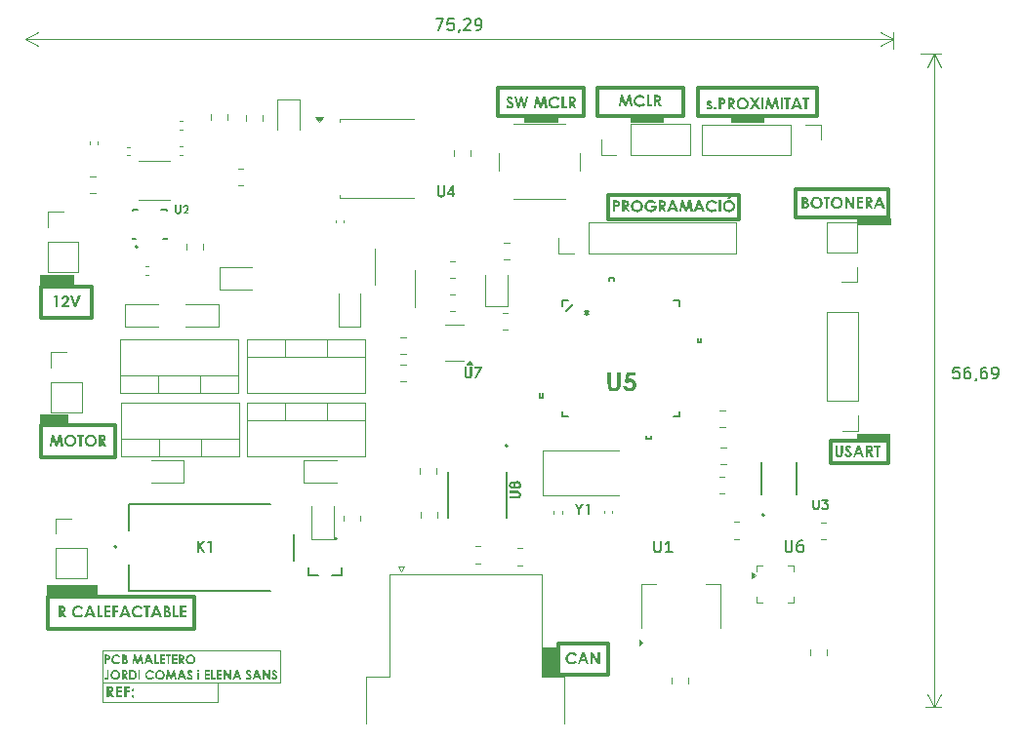
<source format=gbr>
%TF.GenerationSoftware,KiCad,Pcbnew,9.0.0*%
%TF.CreationDate,2025-04-23T21:59:36+02:00*%
%TF.ProjectId,Projecte,50726f6a-6563-4746-952e-6b696361645f,rev?*%
%TF.SameCoordinates,Original*%
%TF.FileFunction,Legend,Top*%
%TF.FilePolarity,Positive*%
%FSLAX46Y46*%
G04 Gerber Fmt 4.6, Leading zero omitted, Abs format (unit mm)*
G04 Created by KiCad (PCBNEW 9.0.0) date 2025-04-23 21:59:36*
%MOMM*%
%LPD*%
G01*
G04 APERTURE LIST*
%ADD10C,0.100000*%
%ADD11C,0.300000*%
%ADD12C,0.200000*%
%ADD13C,0.150000*%
%ADD14C,0.120000*%
%ADD15C,0.127000*%
%ADD16C,0.152400*%
G04 APERTURE END LIST*
D10*
X200780000Y-124245000D02*
X202160000Y-124245000D01*
X202160000Y-126735000D01*
X200780000Y-126735000D01*
X200780000Y-124245000D01*
G36*
X200780000Y-124245000D02*
G01*
X202160000Y-124245000D01*
X202160000Y-126735000D01*
X200780000Y-126735000D01*
X200780000Y-124245000D01*
G37*
X208440000Y-78025000D02*
X211280000Y-78025000D01*
X211280000Y-78615000D01*
X208440000Y-78615000D01*
X208440000Y-78025000D01*
G36*
X208440000Y-78025000D02*
G01*
X211280000Y-78025000D01*
X211280000Y-78615000D01*
X208440000Y-78615000D01*
X208440000Y-78025000D01*
G37*
D11*
X157330000Y-92900000D02*
X161700000Y-92900000D01*
X161700000Y-95680000D01*
X157330000Y-95680000D01*
X157330000Y-92900000D01*
D10*
X217130000Y-78030000D02*
X219970000Y-78030000D01*
X219970000Y-78600000D01*
X217130000Y-78600000D01*
X217130000Y-78030000D01*
G36*
X217130000Y-78030000D02*
G01*
X219970000Y-78030000D01*
X219970000Y-78600000D01*
X217130000Y-78600000D01*
X217130000Y-78030000D01*
G37*
X157185000Y-104045000D02*
X159595000Y-104045000D01*
X159595000Y-105015000D01*
X157185000Y-105015000D01*
X157185000Y-104045000D01*
G36*
X157185000Y-104045000D02*
G01*
X159595000Y-104045000D01*
X159595000Y-105015000D01*
X157185000Y-105015000D01*
X157185000Y-104045000D01*
G37*
X228070000Y-105730000D02*
X230910000Y-105730000D01*
X230910000Y-106300000D01*
X228070000Y-106300000D01*
X228070000Y-105730000D01*
G36*
X228070000Y-105730000D02*
G01*
X230910000Y-105730000D01*
X230910000Y-106300000D01*
X228070000Y-106300000D01*
X228070000Y-105730000D01*
G37*
D11*
X205570000Y-75650000D02*
X212990000Y-75650000D01*
X212990000Y-78120000D01*
X205570000Y-78120000D01*
X205570000Y-75650000D01*
D10*
X228090000Y-86975000D02*
X230930000Y-86975000D01*
X230930000Y-87545000D01*
X228090000Y-87545000D01*
X228090000Y-86975000D01*
G36*
X228090000Y-86975000D02*
G01*
X230930000Y-86975000D01*
X230930000Y-87545000D01*
X228090000Y-87545000D01*
X228090000Y-86975000D01*
G37*
X157850000Y-118860000D02*
X162120000Y-118860000D01*
X162120000Y-119830000D01*
X157850000Y-119830000D01*
X157850000Y-118860000D01*
G36*
X157850000Y-118860000D02*
G01*
X162120000Y-118860000D01*
X162120000Y-119830000D01*
X157850000Y-119830000D01*
X157850000Y-118860000D01*
G37*
D11*
X196960000Y-75660000D02*
X204380000Y-75660000D01*
X204380000Y-78130000D01*
X196960000Y-78130000D01*
X196960000Y-75660000D01*
X225780000Y-106350000D02*
X230790000Y-106350000D01*
X230790000Y-108270000D01*
X225780000Y-108270000D01*
X225780000Y-106350000D01*
X222750000Y-84465000D02*
X230830000Y-84465000D01*
X230830000Y-86935000D01*
X222750000Y-86935000D01*
X222750000Y-84465000D01*
X157275000Y-105000000D02*
X163755000Y-105000000D01*
X163755000Y-107780000D01*
X157275000Y-107780000D01*
X157275000Y-105000000D01*
D10*
X162625000Y-127330000D02*
X172595000Y-127330000D01*
X172595000Y-128980000D01*
X162625000Y-128980000D01*
X162625000Y-127330000D01*
D11*
X206515000Y-84940000D02*
X217865000Y-84940000D01*
X217865000Y-87110000D01*
X206515000Y-87110000D01*
X206515000Y-84940000D01*
D10*
X157225000Y-91965000D02*
X160065000Y-91965000D01*
X160065000Y-92935000D01*
X157225000Y-92935000D01*
X157225000Y-91965000D01*
G36*
X157225000Y-91965000D02*
G01*
X160065000Y-91965000D01*
X160065000Y-92935000D01*
X157225000Y-92935000D01*
X157225000Y-91965000D01*
G37*
X199250000Y-78045000D02*
X202090000Y-78045000D01*
X202090000Y-78635000D01*
X199250000Y-78635000D01*
X199250000Y-78045000D01*
G36*
X199250000Y-78045000D02*
G01*
X202090000Y-78045000D01*
X202090000Y-78635000D01*
X199250000Y-78635000D01*
X199250000Y-78045000D01*
G37*
D11*
X214300000Y-75650000D02*
X224600000Y-75650000D01*
X224600000Y-78120000D01*
X214300000Y-78120000D01*
X214300000Y-75650000D01*
X202160000Y-123930000D02*
X206490000Y-123930000D01*
X206490000Y-126640000D01*
X202160000Y-126640000D01*
X202160000Y-123930000D01*
X157935000Y-119850000D02*
X170605000Y-119850000D01*
X170605000Y-122630000D01*
X157935000Y-122630000D01*
X157935000Y-119850000D01*
D10*
X162625000Y-124530000D02*
X178015000Y-124530000D01*
X178015000Y-127330000D01*
X162625000Y-127330000D01*
X162625000Y-124530000D01*
G36*
X163092364Y-124899963D02*
G01*
X163153379Y-124908672D01*
X163193447Y-124920669D01*
X163229600Y-124940089D01*
X163260004Y-124965900D01*
X163285282Y-124998681D01*
X163303568Y-125035970D01*
X163314918Y-125078670D01*
X163318890Y-125127934D01*
X163313677Y-125182058D01*
X163298856Y-125227751D01*
X163274877Y-125266713D01*
X163242586Y-125299399D01*
X163203194Y-125324995D01*
X163155491Y-125343649D01*
X163102197Y-125352224D01*
X162994291Y-125356106D01*
X162994291Y-125700000D01*
X162841249Y-125700000D01*
X162841249Y-125209169D01*
X162994291Y-125209169D01*
X163042944Y-125209169D01*
X163095915Y-125206616D01*
X163122665Y-125200914D01*
X163142783Y-125189902D01*
X163157934Y-125173656D01*
X163167437Y-125153132D01*
X163170781Y-125127690D01*
X163166529Y-125098536D01*
X163154606Y-125076372D01*
X163134731Y-125059448D01*
X163116146Y-125051642D01*
X163085373Y-125045825D01*
X163037473Y-125043475D01*
X162994291Y-125043475D01*
X162994291Y-125209169D01*
X162841249Y-125209169D01*
X162841249Y-124896538D01*
X163003572Y-124896538D01*
X163092364Y-124899963D01*
G37*
G36*
X164207494Y-125038297D02*
G01*
X164100369Y-125139706D01*
X164053536Y-125096694D01*
X164006003Y-125064653D01*
X163957381Y-125042387D01*
X163907106Y-125029157D01*
X163854466Y-125024717D01*
X163798205Y-125029785D01*
X163747781Y-125044519D01*
X163702038Y-125068789D01*
X163660146Y-125103217D01*
X163625507Y-125144878D01*
X163601108Y-125190394D01*
X163586300Y-125240597D01*
X163581207Y-125296657D01*
X163585262Y-125349104D01*
X163597013Y-125396199D01*
X163616182Y-125438855D01*
X163642678Y-125477263D01*
X163675443Y-125509624D01*
X163715101Y-125536406D01*
X163758912Y-125555944D01*
X163806024Y-125567780D01*
X163857201Y-125571821D01*
X163901112Y-125568972D01*
X163941565Y-125560656D01*
X163979078Y-125547055D01*
X164014170Y-125527882D01*
X164054311Y-125498569D01*
X164100369Y-125456831D01*
X164204221Y-125564884D01*
X164142142Y-125619826D01*
X164086332Y-125659054D01*
X164035889Y-125685198D01*
X163982091Y-125703448D01*
X163922117Y-125714807D01*
X163855003Y-125718757D01*
X163780353Y-125713690D01*
X163713389Y-125699058D01*
X163652954Y-125675363D01*
X163598100Y-125642629D01*
X163548136Y-125600397D01*
X163505430Y-125550742D01*
X163472405Y-125496362D01*
X163448548Y-125436585D01*
X163433839Y-125370480D01*
X163428750Y-125296901D01*
X163432312Y-125237357D01*
X163442700Y-125182453D01*
X163459644Y-125131554D01*
X163483119Y-125084117D01*
X163512931Y-125040237D01*
X163548523Y-125000820D01*
X163590297Y-124965578D01*
X163638848Y-124934396D01*
X163690664Y-124909570D01*
X163744049Y-124891958D01*
X163799407Y-124881356D01*
X163857201Y-124877780D01*
X163922618Y-124882411D01*
X163986260Y-124896263D01*
X164048736Y-124919546D01*
X164107327Y-124951320D01*
X164160077Y-124990763D01*
X164207494Y-125038297D01*
G37*
G36*
X164570389Y-124900788D02*
G01*
X164628569Y-124910753D01*
X164674260Y-124927625D01*
X164712120Y-124951321D01*
X164743314Y-124981974D01*
X164766932Y-125018574D01*
X164781101Y-125059072D01*
X164785959Y-125104633D01*
X164781008Y-125148965D01*
X164766566Y-125188164D01*
X164742134Y-125223312D01*
X164703454Y-125258506D01*
X164749859Y-125284631D01*
X164784938Y-125313264D01*
X164810530Y-125344382D01*
X164829079Y-125380073D01*
X164840473Y-125420321D01*
X164844431Y-125466161D01*
X164840485Y-125510221D01*
X164828856Y-125551039D01*
X164809455Y-125589357D01*
X164783528Y-125623703D01*
X164753587Y-125651202D01*
X164719281Y-125672498D01*
X164681387Y-125686802D01*
X164631538Y-125696419D01*
X164566824Y-125700000D01*
X164341681Y-125700000D01*
X164341681Y-125553063D01*
X164494675Y-125553063D01*
X164532923Y-125553063D01*
X164596908Y-125549554D01*
X164637244Y-125540926D01*
X164661053Y-125529371D01*
X164679273Y-125511364D01*
X164690244Y-125488842D01*
X164694124Y-125460348D01*
X164689672Y-125428133D01*
X164676879Y-125401656D01*
X164655338Y-125379504D01*
X164627633Y-125364456D01*
X164586252Y-125353940D01*
X164526378Y-125349853D01*
X164494675Y-125349853D01*
X164494675Y-125553063D01*
X164341681Y-125553063D01*
X164341681Y-125212295D01*
X164494675Y-125212295D01*
X164527990Y-125212295D01*
X164564506Y-125209244D01*
X164591334Y-125201119D01*
X164610788Y-125188897D01*
X164625657Y-125171658D01*
X164634675Y-125150780D01*
X164637850Y-125125150D01*
X164634849Y-125101289D01*
X164626302Y-125081765D01*
X164612156Y-125065554D01*
X164593704Y-125054010D01*
X164568365Y-125046348D01*
X164533998Y-125043475D01*
X164494675Y-125043475D01*
X164494675Y-125212295D01*
X164341681Y-125212295D01*
X164341681Y-124896538D01*
X164467906Y-124896538D01*
X164570389Y-124900788D01*
G37*
G36*
X165381374Y-124896538D02*
G01*
X165531144Y-124896538D01*
X165716915Y-125456929D01*
X165905471Y-124896538D01*
X166053042Y-124896538D01*
X166188548Y-125700000D01*
X166040976Y-125700000D01*
X165954661Y-125192561D01*
X165783593Y-125700000D01*
X165648625Y-125700000D01*
X165479755Y-125192561D01*
X165391779Y-125700000D01*
X165242595Y-125700000D01*
X165381374Y-124896538D01*
G37*
G36*
X167020586Y-125700000D02*
G01*
X166861535Y-125700000D01*
X166798715Y-125534305D01*
X166470795Y-125534305D01*
X166405240Y-125700000D01*
X166246189Y-125700000D01*
X166366771Y-125387369D01*
X166527655Y-125387369D01*
X166741318Y-125387369D01*
X166634780Y-125110397D01*
X166527655Y-125387369D01*
X166366771Y-125387369D01*
X166556085Y-124896538D01*
X166711277Y-124896538D01*
X167020586Y-125700000D01*
G37*
G36*
X167139727Y-124896538D02*
G01*
X167292721Y-124896538D01*
X167292721Y-125553063D01*
X167515715Y-125553063D01*
X167515715Y-125700000D01*
X167139727Y-125700000D01*
X167139727Y-124896538D01*
G37*
G36*
X167632658Y-124896538D02*
G01*
X168071465Y-124896538D01*
X168071465Y-125043475D01*
X167784577Y-125043475D01*
X167784577Y-125190411D01*
X168071465Y-125190411D01*
X168071465Y-125337348D01*
X167784577Y-125337348D01*
X167784577Y-125553063D01*
X168071465Y-125553063D01*
X168071465Y-125700000D01*
X167632658Y-125700000D01*
X167632658Y-124896538D01*
G37*
G36*
X168135115Y-124896538D02*
G01*
X168579441Y-124896538D01*
X168579441Y-125043475D01*
X168432993Y-125043475D01*
X168432993Y-125700000D01*
X168277752Y-125700000D01*
X168277752Y-125043475D01*
X168135115Y-125043475D01*
X168135115Y-124896538D01*
G37*
G36*
X168684661Y-124896538D02*
G01*
X169123468Y-124896538D01*
X169123468Y-125043475D01*
X168836580Y-125043475D01*
X168836580Y-125190411D01*
X169123468Y-125190411D01*
X169123468Y-125337348D01*
X168836580Y-125337348D01*
X168836580Y-125553063D01*
X169123468Y-125553063D01*
X169123468Y-125700000D01*
X168684661Y-125700000D01*
X168684661Y-124896538D01*
G37*
G36*
X169529106Y-124899926D02*
G01*
X169589916Y-124908476D01*
X169628953Y-124920132D01*
X169664022Y-124939171D01*
X169694192Y-124965030D01*
X169719958Y-124998436D01*
X169738762Y-125036297D01*
X169750359Y-125079120D01*
X169754396Y-125127983D01*
X169749868Y-125179174D01*
X169737025Y-125222491D01*
X169716392Y-125259434D01*
X169687952Y-125290803D01*
X169650387Y-125317485D01*
X169601939Y-125339399D01*
X169792107Y-125700000D01*
X169624898Y-125700000D01*
X169443963Y-125356106D01*
X169429797Y-125356106D01*
X169429797Y-125700000D01*
X169276755Y-125700000D01*
X169276755Y-125209169D01*
X169429797Y-125209169D01*
X169477864Y-125209169D01*
X169527003Y-125206380D01*
X169558977Y-125199422D01*
X169578688Y-125189923D01*
X169593504Y-125175013D01*
X169602844Y-125154378D01*
X169606287Y-125126029D01*
X169602779Y-125101028D01*
X169592609Y-125080062D01*
X169576710Y-125063331D01*
X169556022Y-125052023D01*
X169528284Y-125046140D01*
X169471856Y-125043475D01*
X169429797Y-125043475D01*
X169429797Y-125209169D01*
X169276755Y-125209169D01*
X169276755Y-124896538D01*
X169439078Y-124896538D01*
X169529106Y-124899926D01*
G37*
G36*
X170362537Y-124882787D02*
G01*
X170424480Y-124897477D01*
X170482408Y-124921724D01*
X170537039Y-124955895D01*
X170588876Y-125000830D01*
X170633390Y-125052649D01*
X170667428Y-125107889D01*
X170691720Y-125167099D01*
X170706517Y-125231053D01*
X170711584Y-125300711D01*
X170706577Y-125369771D01*
X170691963Y-125433107D01*
X170667987Y-125491675D01*
X170634415Y-125546246D01*
X170590537Y-125597369D01*
X170539480Y-125641490D01*
X170485210Y-125675171D01*
X170427196Y-125699168D01*
X170364691Y-125713765D01*
X170296762Y-125718757D01*
X170225344Y-125713545D01*
X170160548Y-125698395D01*
X170101293Y-125673651D01*
X170046710Y-125639121D01*
X169996196Y-125594096D01*
X169952604Y-125541647D01*
X169919364Y-125486403D01*
X169895732Y-125427866D01*
X169881402Y-125365341D01*
X169876659Y-125299930D01*
X170030635Y-125299930D01*
X170034715Y-125352680D01*
X170046452Y-125399254D01*
X170065461Y-125440694D01*
X170091864Y-125477805D01*
X170126280Y-125511102D01*
X170165069Y-125537821D01*
X170206024Y-125556632D01*
X170249688Y-125567967D01*
X170296762Y-125571821D01*
X170349551Y-125566815D01*
X170397362Y-125552171D01*
X170441275Y-125527850D01*
X170482044Y-125493028D01*
X170515504Y-125451353D01*
X170539171Y-125405699D01*
X170553578Y-125355232D01*
X170558541Y-125298806D01*
X170553566Y-125242707D01*
X170539090Y-125192289D01*
X170515248Y-125146436D01*
X170481458Y-125104340D01*
X170440395Y-125069183D01*
X170396040Y-125044604D01*
X170347620Y-125029788D01*
X170294026Y-125024717D01*
X170239747Y-125029720D01*
X170191124Y-125044274D01*
X170147009Y-125068286D01*
X170106594Y-125102435D01*
X170073630Y-125143489D01*
X170050108Y-125189396D01*
X170035654Y-125241109D01*
X170030635Y-125299930D01*
X169876659Y-125299930D01*
X169876517Y-125297976D01*
X169880071Y-125241162D01*
X169890559Y-125187353D01*
X169907902Y-125136044D01*
X169932254Y-125086803D01*
X169962799Y-125041056D01*
X169998330Y-125000589D01*
X170039101Y-124965025D01*
X170085540Y-124934152D01*
X170135473Y-124909399D01*
X170186860Y-124891871D01*
X170240109Y-124881332D01*
X170295687Y-124877780D01*
X170362537Y-124882787D01*
G37*
G36*
X163041821Y-126240538D02*
G01*
X163195401Y-126240538D01*
X163195401Y-126772695D01*
X163192454Y-126858642D01*
X163185085Y-126915513D01*
X163175177Y-126950992D01*
X163158735Y-126982895D01*
X163136669Y-127009887D01*
X163108499Y-127032520D01*
X163076295Y-127048999D01*
X163039477Y-127059194D01*
X162997027Y-127062757D01*
X162945811Y-127058220D01*
X162898317Y-127044845D01*
X162853690Y-127022534D01*
X162811296Y-126990591D01*
X162770760Y-126947768D01*
X162881158Y-126845772D01*
X162917593Y-126882790D01*
X162943440Y-126901606D01*
X162969347Y-126912444D01*
X162993168Y-126915821D01*
X163014702Y-126910594D01*
X163029804Y-126895060D01*
X163037920Y-126867931D01*
X163041821Y-126803616D01*
X163041821Y-126240538D01*
G37*
G36*
X163825426Y-126226787D02*
G01*
X163887369Y-126241477D01*
X163945297Y-126265724D01*
X163999928Y-126299895D01*
X164051765Y-126344830D01*
X164096279Y-126396649D01*
X164130317Y-126451889D01*
X164154609Y-126511099D01*
X164169406Y-126575053D01*
X164174473Y-126644711D01*
X164169466Y-126713771D01*
X164154852Y-126777107D01*
X164130877Y-126835675D01*
X164097304Y-126890246D01*
X164053426Y-126941369D01*
X164002369Y-126985490D01*
X163948099Y-127019171D01*
X163890085Y-127043168D01*
X163827580Y-127057765D01*
X163759651Y-127062757D01*
X163688233Y-127057545D01*
X163623437Y-127042395D01*
X163564182Y-127017651D01*
X163509599Y-126983121D01*
X163459085Y-126938096D01*
X163415493Y-126885647D01*
X163382253Y-126830403D01*
X163358621Y-126771866D01*
X163344291Y-126709341D01*
X163339548Y-126643930D01*
X163493524Y-126643930D01*
X163497604Y-126696680D01*
X163509341Y-126743254D01*
X163528350Y-126784694D01*
X163554753Y-126821805D01*
X163589169Y-126855102D01*
X163627958Y-126881821D01*
X163668913Y-126900632D01*
X163712577Y-126911967D01*
X163759651Y-126915821D01*
X163812440Y-126910815D01*
X163860251Y-126896171D01*
X163904164Y-126871850D01*
X163944933Y-126837028D01*
X163978393Y-126795353D01*
X164002060Y-126749699D01*
X164016467Y-126699232D01*
X164021430Y-126642806D01*
X164016455Y-126586707D01*
X164001979Y-126536289D01*
X163978137Y-126490436D01*
X163944347Y-126448340D01*
X163903284Y-126413183D01*
X163858929Y-126388604D01*
X163810509Y-126373788D01*
X163756915Y-126368717D01*
X163702636Y-126373720D01*
X163654013Y-126388274D01*
X163609898Y-126412286D01*
X163569483Y-126446435D01*
X163536519Y-126487489D01*
X163512997Y-126533396D01*
X163498543Y-126585109D01*
X163493524Y-126643930D01*
X163339548Y-126643930D01*
X163339406Y-126641976D01*
X163342960Y-126585162D01*
X163353448Y-126531353D01*
X163370791Y-126480044D01*
X163395143Y-126430803D01*
X163425688Y-126385056D01*
X163461219Y-126344589D01*
X163501990Y-126309025D01*
X163548429Y-126278152D01*
X163598362Y-126253399D01*
X163649749Y-126235871D01*
X163702998Y-126225332D01*
X163758576Y-126221780D01*
X163825426Y-126226787D01*
G37*
G36*
X164581723Y-126243926D02*
G01*
X164642533Y-126252476D01*
X164681570Y-126264132D01*
X164716639Y-126283171D01*
X164746809Y-126309030D01*
X164772575Y-126342436D01*
X164791379Y-126380297D01*
X164802976Y-126423120D01*
X164807013Y-126471983D01*
X164802485Y-126523174D01*
X164789642Y-126566491D01*
X164769009Y-126603434D01*
X164740569Y-126634803D01*
X164703004Y-126661485D01*
X164654556Y-126683399D01*
X164844724Y-127044000D01*
X164677515Y-127044000D01*
X164496580Y-126700106D01*
X164482414Y-126700106D01*
X164482414Y-127044000D01*
X164329371Y-127044000D01*
X164329371Y-126553169D01*
X164482414Y-126553169D01*
X164530481Y-126553169D01*
X164579620Y-126550380D01*
X164611594Y-126543422D01*
X164631304Y-126533923D01*
X164646121Y-126519013D01*
X164655461Y-126498378D01*
X164658904Y-126470029D01*
X164655396Y-126445028D01*
X164645226Y-126424062D01*
X164629327Y-126407331D01*
X164608639Y-126396023D01*
X164580901Y-126390140D01*
X164524473Y-126387475D01*
X164482414Y-126387475D01*
X164482414Y-126553169D01*
X164329371Y-126553169D01*
X164329371Y-126240538D01*
X164491695Y-126240538D01*
X164581723Y-126243926D01*
G37*
G36*
X165241995Y-126243971D02*
G01*
X165313759Y-126253220D01*
X165369144Y-126266909D01*
X165411172Y-126283965D01*
X165450950Y-126308371D01*
X165487481Y-126339563D01*
X165521017Y-126378194D01*
X165551612Y-126425186D01*
X165575261Y-126474835D01*
X165592486Y-126528979D01*
X165603134Y-126588268D01*
X165606810Y-126653455D01*
X165603254Y-126714760D01*
X165592875Y-126771464D01*
X165575938Y-126824181D01*
X165552218Y-126874045D01*
X165523791Y-126916838D01*
X165490648Y-126953337D01*
X165452576Y-126984629D01*
X165413429Y-127008077D01*
X165372875Y-127024362D01*
X165329147Y-127033970D01*
X165259010Y-127041137D01*
X165153203Y-127044000D01*
X164969043Y-127044000D01*
X164969043Y-126897063D01*
X165121500Y-126897063D01*
X165192526Y-126897063D01*
X165262986Y-126893676D01*
X165311946Y-126885006D01*
X165344689Y-126872883D01*
X165373478Y-126853788D01*
X165399197Y-126827109D01*
X165422016Y-126791550D01*
X165438173Y-126752305D01*
X165448449Y-126705847D01*
X165452107Y-126650769D01*
X165447104Y-126586784D01*
X165433053Y-126533396D01*
X165410837Y-126488692D01*
X165380544Y-126451222D01*
X165346734Y-126425272D01*
X165302699Y-126405400D01*
X165245961Y-126392298D01*
X165173426Y-126387475D01*
X165121500Y-126387475D01*
X165121500Y-126897063D01*
X164969043Y-126897063D01*
X164969043Y-126240538D01*
X165150467Y-126240538D01*
X165241995Y-126243971D01*
G37*
G36*
X165741486Y-126240538D02*
G01*
X165893405Y-126240538D01*
X165893405Y-127044000D01*
X165741486Y-127044000D01*
X165741486Y-126240538D01*
G37*
G36*
X167116524Y-126382297D02*
G01*
X167009399Y-126483706D01*
X166962566Y-126440694D01*
X166915033Y-126408653D01*
X166866411Y-126386387D01*
X166816136Y-126373157D01*
X166763496Y-126368717D01*
X166707235Y-126373785D01*
X166656811Y-126388519D01*
X166611068Y-126412789D01*
X166569176Y-126447217D01*
X166534537Y-126488878D01*
X166510138Y-126534394D01*
X166495330Y-126584597D01*
X166490237Y-126640657D01*
X166494292Y-126693104D01*
X166506043Y-126740199D01*
X166525212Y-126782855D01*
X166551708Y-126821263D01*
X166584473Y-126853624D01*
X166624131Y-126880406D01*
X166667942Y-126899944D01*
X166715054Y-126911780D01*
X166766231Y-126915821D01*
X166810142Y-126912972D01*
X166850595Y-126904656D01*
X166888108Y-126891055D01*
X166923200Y-126871882D01*
X166963341Y-126842569D01*
X167009399Y-126800831D01*
X167113251Y-126908884D01*
X167051172Y-126963826D01*
X166995362Y-127003054D01*
X166944919Y-127029198D01*
X166891121Y-127047448D01*
X166831147Y-127058807D01*
X166764033Y-127062757D01*
X166689383Y-127057690D01*
X166622419Y-127043058D01*
X166561984Y-127019363D01*
X166507130Y-126986629D01*
X166457166Y-126944397D01*
X166414460Y-126894742D01*
X166381435Y-126840362D01*
X166357578Y-126780585D01*
X166342869Y-126714480D01*
X166337780Y-126640901D01*
X166341342Y-126581357D01*
X166351730Y-126526453D01*
X166368674Y-126475554D01*
X166392149Y-126428117D01*
X166421961Y-126384237D01*
X166457553Y-126344820D01*
X166499327Y-126309578D01*
X166547878Y-126278396D01*
X166599694Y-126253570D01*
X166653079Y-126235958D01*
X166708437Y-126225356D01*
X166766231Y-126221780D01*
X166831648Y-126226411D01*
X166895290Y-126240263D01*
X166957766Y-126263546D01*
X167016357Y-126295320D01*
X167069107Y-126334763D01*
X167116524Y-126382297D01*
G37*
G36*
X167697359Y-126226787D02*
G01*
X167759302Y-126241477D01*
X167817230Y-126265724D01*
X167871861Y-126299895D01*
X167923698Y-126344830D01*
X167968212Y-126396649D01*
X168002250Y-126451889D01*
X168026542Y-126511099D01*
X168041339Y-126575053D01*
X168046406Y-126644711D01*
X168041399Y-126713771D01*
X168026785Y-126777107D01*
X168002810Y-126835675D01*
X167969237Y-126890246D01*
X167925359Y-126941369D01*
X167874302Y-126985490D01*
X167820032Y-127019171D01*
X167762018Y-127043168D01*
X167699513Y-127057765D01*
X167631584Y-127062757D01*
X167560166Y-127057545D01*
X167495370Y-127042395D01*
X167436115Y-127017651D01*
X167381532Y-126983121D01*
X167331018Y-126938096D01*
X167287426Y-126885647D01*
X167254186Y-126830403D01*
X167230554Y-126771866D01*
X167216224Y-126709341D01*
X167211481Y-126643930D01*
X167365457Y-126643930D01*
X167369537Y-126696680D01*
X167381274Y-126743254D01*
X167400283Y-126784694D01*
X167426686Y-126821805D01*
X167461102Y-126855102D01*
X167499891Y-126881821D01*
X167540846Y-126900632D01*
X167584510Y-126911967D01*
X167631584Y-126915821D01*
X167684373Y-126910815D01*
X167732184Y-126896171D01*
X167776097Y-126871850D01*
X167816866Y-126837028D01*
X167850326Y-126795353D01*
X167873993Y-126749699D01*
X167888400Y-126699232D01*
X167893363Y-126642806D01*
X167888388Y-126586707D01*
X167873912Y-126536289D01*
X167850070Y-126490436D01*
X167816280Y-126448340D01*
X167775217Y-126413183D01*
X167730862Y-126388604D01*
X167682442Y-126373788D01*
X167628848Y-126368717D01*
X167574569Y-126373720D01*
X167525946Y-126388274D01*
X167481831Y-126412286D01*
X167441416Y-126446435D01*
X167408452Y-126487489D01*
X167384930Y-126533396D01*
X167370476Y-126585109D01*
X167365457Y-126643930D01*
X167211481Y-126643930D01*
X167211339Y-126641976D01*
X167214893Y-126585162D01*
X167225381Y-126531353D01*
X167242724Y-126480044D01*
X167267076Y-126430803D01*
X167297621Y-126385056D01*
X167333152Y-126344589D01*
X167373923Y-126309025D01*
X167420362Y-126278152D01*
X167470295Y-126253399D01*
X167521682Y-126235871D01*
X167574931Y-126225332D01*
X167630509Y-126221780D01*
X167697359Y-126226787D01*
G37*
G36*
X168268520Y-126240538D02*
G01*
X168418290Y-126240538D01*
X168604061Y-126800929D01*
X168792616Y-126240538D01*
X168940188Y-126240538D01*
X169075694Y-127044000D01*
X168928122Y-127044000D01*
X168841807Y-126536561D01*
X168670739Y-127044000D01*
X168535771Y-127044000D01*
X168366901Y-126536561D01*
X168278925Y-127044000D01*
X168129741Y-127044000D01*
X168268520Y-126240538D01*
G37*
G36*
X169907732Y-127044000D02*
G01*
X169748681Y-127044000D01*
X169685861Y-126878305D01*
X169357941Y-126878305D01*
X169292386Y-127044000D01*
X169133335Y-127044000D01*
X169253917Y-126731369D01*
X169414801Y-126731369D01*
X169628464Y-126731369D01*
X169521926Y-126454397D01*
X169414801Y-126731369D01*
X169253917Y-126731369D01*
X169443230Y-126240538D01*
X169598422Y-126240538D01*
X169907732Y-127044000D01*
G37*
G36*
X170448192Y-126352304D02*
G01*
X170335059Y-126453127D01*
X170301526Y-126412465D01*
X170270648Y-126386934D01*
X170241722Y-126373087D01*
X170213719Y-126368717D01*
X170185818Y-126372915D01*
X170164528Y-126384739D01*
X170149936Y-126402302D01*
X170145429Y-126420887D01*
X170148751Y-126440190D01*
X170159106Y-126458940D01*
X170187624Y-126488432D01*
X170271116Y-126561669D01*
X170377166Y-126653504D01*
X170418315Y-126701237D01*
X170443014Y-126742946D01*
X170457469Y-126787128D01*
X170462407Y-126836100D01*
X170457964Y-126884044D01*
X170445106Y-126926432D01*
X170423995Y-126964368D01*
X170394068Y-126998619D01*
X170358175Y-127026159D01*
X170317219Y-127046059D01*
X170270239Y-127058425D01*
X170215966Y-127062757D01*
X170160037Y-127057843D01*
X170110621Y-127043651D01*
X170066489Y-127020454D01*
X170027842Y-126988651D01*
X169991495Y-126945095D01*
X169957459Y-126887538D01*
X170085882Y-126809526D01*
X170119627Y-126860638D01*
X170152643Y-126892675D01*
X170185421Y-126910191D01*
X170219190Y-126915821D01*
X170244597Y-126913169D01*
X170266387Y-126905555D01*
X170285331Y-126893057D01*
X170300626Y-126876464D01*
X170309253Y-126859117D01*
X170312100Y-126840399D01*
X170307324Y-126814013D01*
X170291877Y-126786128D01*
X170264627Y-126756649D01*
X170202826Y-126703085D01*
X170115887Y-126628657D01*
X170062588Y-126575639D01*
X170033419Y-126538954D01*
X170011588Y-126499129D01*
X169999185Y-126460933D01*
X169995170Y-126423623D01*
X169999159Y-126383549D01*
X170010886Y-126346971D01*
X170030501Y-126313053D01*
X170058820Y-126281229D01*
X170092366Y-126255322D01*
X170129251Y-126236911D01*
X170170148Y-126225663D01*
X170215966Y-126221780D01*
X170255350Y-126224895D01*
X170293349Y-126234201D01*
X170330418Y-126249868D01*
X170364567Y-126271411D01*
X170403539Y-126304603D01*
X170448192Y-126352304D01*
G37*
G36*
X170963838Y-126203023D02*
G01*
X170988875Y-126206251D01*
X171011120Y-126215764D01*
X171031346Y-126231990D01*
X171047006Y-126252675D01*
X171056301Y-126275757D01*
X171059483Y-126302039D01*
X171056333Y-126328005D01*
X171047121Y-126350847D01*
X171031591Y-126371355D01*
X171011581Y-126387394D01*
X170989608Y-126396792D01*
X170964912Y-126399980D01*
X170939536Y-126396713D01*
X170917121Y-126387111D01*
X170896866Y-126370769D01*
X170881227Y-126349890D01*
X170871920Y-126326519D01*
X170868729Y-126299840D01*
X170871866Y-126274268D01*
X170881051Y-126251714D01*
X170896573Y-126231404D01*
X170916607Y-126215539D01*
X170938769Y-126206202D01*
X170963838Y-126203023D01*
G37*
G36*
X170888953Y-126450001D02*
G01*
X171038722Y-126450001D01*
X171038722Y-127044000D01*
X170888953Y-127044000D01*
X170888953Y-126450001D01*
G37*
G36*
X171503028Y-126240538D02*
G01*
X171941835Y-126240538D01*
X171941835Y-126387475D01*
X171654947Y-126387475D01*
X171654947Y-126534411D01*
X171941835Y-126534411D01*
X171941835Y-126681348D01*
X171654947Y-126681348D01*
X171654947Y-126897063D01*
X171941835Y-126897063D01*
X171941835Y-127044000D01*
X171503028Y-127044000D01*
X171503028Y-126240538D01*
G37*
G36*
X172084766Y-126240538D02*
G01*
X172237759Y-126240538D01*
X172237759Y-126897063D01*
X172460753Y-126897063D01*
X172460753Y-127044000D01*
X172084766Y-127044000D01*
X172084766Y-126240538D01*
G37*
G36*
X172577697Y-126240538D02*
G01*
X173016503Y-126240538D01*
X173016503Y-126387475D01*
X172729616Y-126387475D01*
X172729616Y-126534411D01*
X173016503Y-126534411D01*
X173016503Y-126681348D01*
X172729616Y-126681348D01*
X172729616Y-126897063D01*
X173016503Y-126897063D01*
X173016503Y-127044000D01*
X172577697Y-127044000D01*
X172577697Y-126240538D01*
G37*
G36*
X173159972Y-126240538D02*
G01*
X173306420Y-126240538D01*
X173651242Y-126769275D01*
X173651242Y-126240538D01*
X173804284Y-126240538D01*
X173804284Y-127044000D01*
X173657250Y-127044000D01*
X173312965Y-126516923D01*
X173312965Y-127044000D01*
X173159972Y-127044000D01*
X173159972Y-126240538D01*
G37*
G36*
X174697236Y-127044000D02*
G01*
X174538185Y-127044000D01*
X174475366Y-126878305D01*
X174147445Y-126878305D01*
X174081891Y-127044000D01*
X173922840Y-127044000D01*
X174043422Y-126731369D01*
X174204305Y-126731369D01*
X174417969Y-126731369D01*
X174311430Y-126454397D01*
X174204305Y-126731369D01*
X174043422Y-126731369D01*
X174232735Y-126240538D01*
X174387927Y-126240538D01*
X174697236Y-127044000D01*
G37*
G36*
X175550327Y-126352304D02*
G01*
X175437194Y-126453127D01*
X175403662Y-126412465D01*
X175372783Y-126386934D01*
X175343858Y-126373087D01*
X175315854Y-126368717D01*
X175287954Y-126372915D01*
X175266664Y-126384739D01*
X175252072Y-126402302D01*
X175247564Y-126420887D01*
X175250886Y-126440190D01*
X175261242Y-126458940D01*
X175289759Y-126488432D01*
X175373251Y-126561669D01*
X175479302Y-126653504D01*
X175520451Y-126701237D01*
X175545150Y-126742946D01*
X175559604Y-126787128D01*
X175564542Y-126836100D01*
X175560099Y-126884044D01*
X175547242Y-126926432D01*
X175526131Y-126964368D01*
X175496203Y-126998619D01*
X175460310Y-127026159D01*
X175419354Y-127046059D01*
X175372374Y-127058425D01*
X175318101Y-127062757D01*
X175262172Y-127057843D01*
X175212757Y-127043651D01*
X175168625Y-127020454D01*
X175129978Y-126988651D01*
X175093631Y-126945095D01*
X175059595Y-126887538D01*
X175188018Y-126809526D01*
X175221762Y-126860638D01*
X175254779Y-126892675D01*
X175287557Y-126910191D01*
X175321325Y-126915821D01*
X175346733Y-126913169D01*
X175368523Y-126905555D01*
X175387466Y-126893057D01*
X175402761Y-126876464D01*
X175411389Y-126859117D01*
X175414235Y-126840399D01*
X175409459Y-126814013D01*
X175394012Y-126786128D01*
X175366763Y-126756649D01*
X175304961Y-126703085D01*
X175218022Y-126628657D01*
X175164723Y-126575639D01*
X175135554Y-126538954D01*
X175113724Y-126499129D01*
X175101320Y-126460933D01*
X175097306Y-126423623D01*
X175101295Y-126383549D01*
X175113021Y-126346971D01*
X175132636Y-126313053D01*
X175160956Y-126281229D01*
X175194502Y-126255322D01*
X175231387Y-126236911D01*
X175272283Y-126225663D01*
X175318101Y-126221780D01*
X175357485Y-126224895D01*
X175395484Y-126234201D01*
X175432554Y-126249868D01*
X175466703Y-126271411D01*
X175505674Y-126304603D01*
X175550327Y-126352304D01*
G37*
G36*
X176420614Y-127044000D02*
G01*
X176261563Y-127044000D01*
X176198743Y-126878305D01*
X175870823Y-126878305D01*
X175805268Y-127044000D01*
X175646217Y-127044000D01*
X175766799Y-126731369D01*
X175927683Y-126731369D01*
X176141346Y-126731369D01*
X176034808Y-126454397D01*
X175927683Y-126731369D01*
X175766799Y-126731369D01*
X175956113Y-126240538D01*
X176111304Y-126240538D01*
X176420614Y-127044000D01*
G37*
G36*
X176540293Y-126240538D02*
G01*
X176686741Y-126240538D01*
X177031563Y-126769275D01*
X177031563Y-126240538D01*
X177184605Y-126240538D01*
X177184605Y-127044000D01*
X177037571Y-127044000D01*
X176693286Y-126516923D01*
X176693286Y-127044000D01*
X176540293Y-127044000D01*
X176540293Y-126240538D01*
G37*
G36*
X177789546Y-126352304D02*
G01*
X177676413Y-126453127D01*
X177642880Y-126412465D01*
X177612002Y-126386934D01*
X177583076Y-126373087D01*
X177555073Y-126368717D01*
X177527172Y-126372915D01*
X177505882Y-126384739D01*
X177491290Y-126402302D01*
X177486782Y-126420887D01*
X177490104Y-126440190D01*
X177500460Y-126458940D01*
X177528977Y-126488432D01*
X177612470Y-126561669D01*
X177718520Y-126653504D01*
X177759669Y-126701237D01*
X177784368Y-126742946D01*
X177798823Y-126787128D01*
X177803761Y-126836100D01*
X177799318Y-126884044D01*
X177786460Y-126926432D01*
X177765349Y-126964368D01*
X177735422Y-126998619D01*
X177699529Y-127026159D01*
X177658573Y-127046059D01*
X177611593Y-127058425D01*
X177557320Y-127062757D01*
X177501391Y-127057843D01*
X177451975Y-127043651D01*
X177407843Y-127020454D01*
X177369196Y-126988651D01*
X177332849Y-126945095D01*
X177298813Y-126887538D01*
X177427236Y-126809526D01*
X177460981Y-126860638D01*
X177493997Y-126892675D01*
X177526775Y-126910191D01*
X177560544Y-126915821D01*
X177585951Y-126913169D01*
X177607741Y-126905555D01*
X177626685Y-126893057D01*
X177641980Y-126876464D01*
X177650607Y-126859117D01*
X177653454Y-126840399D01*
X177648678Y-126814013D01*
X177633230Y-126786128D01*
X177605981Y-126756649D01*
X177544180Y-126703085D01*
X177457241Y-126628657D01*
X177403942Y-126575639D01*
X177374773Y-126538954D01*
X177352942Y-126499129D01*
X177340539Y-126460933D01*
X177336524Y-126423623D01*
X177340513Y-126383549D01*
X177352239Y-126346971D01*
X177371855Y-126313053D01*
X177400174Y-126281229D01*
X177433720Y-126255322D01*
X177470605Y-126236911D01*
X177511502Y-126225663D01*
X177557320Y-126221780D01*
X177596704Y-126224895D01*
X177634703Y-126234201D01*
X177671772Y-126249868D01*
X177705921Y-126271411D01*
X177744893Y-126304603D01*
X177789546Y-126352304D01*
G37*
G36*
X163323178Y-127619907D02*
G01*
X163399190Y-127630595D01*
X163447986Y-127645165D01*
X163491823Y-127668964D01*
X163529535Y-127701287D01*
X163561742Y-127743046D01*
X163585248Y-127790371D01*
X163599744Y-127843900D01*
X163604790Y-127904979D01*
X163599130Y-127968968D01*
X163583077Y-128023114D01*
X163557285Y-128069293D01*
X163521736Y-128108504D01*
X163474779Y-128141856D01*
X163414220Y-128169249D01*
X163651929Y-128620000D01*
X163442918Y-128620000D01*
X163216749Y-128190132D01*
X163199042Y-128190132D01*
X163199042Y-128620000D01*
X163007739Y-128620000D01*
X163007739Y-128006461D01*
X163199042Y-128006461D01*
X163259125Y-128006461D01*
X163320550Y-128002975D01*
X163360517Y-127994278D01*
X163385155Y-127982404D01*
X163403675Y-127963767D01*
X163415350Y-127937972D01*
X163419654Y-127902536D01*
X163415269Y-127871285D01*
X163402557Y-127845078D01*
X163382683Y-127824163D01*
X163356823Y-127810029D01*
X163322150Y-127802675D01*
X163251615Y-127799344D01*
X163199042Y-127799344D01*
X163199042Y-128006461D01*
X163007739Y-128006461D01*
X163007739Y-127615673D01*
X163210643Y-127615673D01*
X163323178Y-127619907D01*
G37*
G36*
X163807329Y-127615673D02*
G01*
X164355837Y-127615673D01*
X164355837Y-127799344D01*
X163997227Y-127799344D01*
X163997227Y-127983014D01*
X164355837Y-127983014D01*
X164355837Y-128166685D01*
X163997227Y-128166685D01*
X163997227Y-128436329D01*
X164355837Y-128436329D01*
X164355837Y-128620000D01*
X163807329Y-128620000D01*
X163807329Y-127615673D01*
G37*
G36*
X164537187Y-127615673D02*
G01*
X165035870Y-127615673D01*
X165035870Y-127799344D01*
X164726414Y-127799344D01*
X164726414Y-127983014D01*
X165035870Y-127983014D01*
X165035870Y-128166685D01*
X164726414Y-128166685D01*
X164726414Y-128620000D01*
X164537187Y-128620000D01*
X164537187Y-127615673D01*
G37*
G36*
X165286891Y-127857962D02*
G01*
X165315218Y-127861514D01*
X165340205Y-127871932D01*
X165362728Y-127889591D01*
X165380274Y-127912218D01*
X165390638Y-127937329D01*
X165394174Y-127965795D01*
X165390659Y-127993779D01*
X165380315Y-128018677D01*
X165362728Y-128041327D01*
X165340209Y-128058950D01*
X165315222Y-128069349D01*
X165286891Y-128072896D01*
X165258574Y-128069387D01*
X165233583Y-128059102D01*
X165211053Y-128041693D01*
X165193555Y-128019259D01*
X165183205Y-127994255D01*
X165179668Y-127965795D01*
X165183198Y-127937325D01*
X165193544Y-127912214D01*
X165211053Y-127889591D01*
X165233613Y-127871927D01*
X165258602Y-127861511D01*
X165286891Y-127857962D01*
G37*
G36*
X165286891Y-128424605D02*
G01*
X165315242Y-128428123D01*
X165340231Y-128438429D01*
X165362728Y-128455868D01*
X165380261Y-128478269D01*
X165390630Y-128503251D01*
X165394174Y-128531706D01*
X165390639Y-128560174D01*
X165380276Y-128585306D01*
X165362728Y-128607971D01*
X165340209Y-128625593D01*
X165315222Y-128635992D01*
X165286891Y-128639539D01*
X165258598Y-128635995D01*
X165233609Y-128625598D01*
X165211053Y-128607971D01*
X165193542Y-128585310D01*
X165183197Y-128560178D01*
X165179668Y-128531706D01*
X165183206Y-128503247D01*
X165193557Y-128478265D01*
X165211053Y-128455868D01*
X165233587Y-128438423D01*
X165258578Y-128428120D01*
X165286891Y-128424605D01*
G37*
D12*
X191565000Y-69672219D02*
X192231666Y-69672219D01*
X192231666Y-69672219D02*
X191803095Y-70672219D01*
X193088809Y-69672219D02*
X192612619Y-69672219D01*
X192612619Y-69672219D02*
X192565000Y-70148409D01*
X192565000Y-70148409D02*
X192612619Y-70100790D01*
X192612619Y-70100790D02*
X192707857Y-70053171D01*
X192707857Y-70053171D02*
X192945952Y-70053171D01*
X192945952Y-70053171D02*
X193041190Y-70100790D01*
X193041190Y-70100790D02*
X193088809Y-70148409D01*
X193088809Y-70148409D02*
X193136428Y-70243647D01*
X193136428Y-70243647D02*
X193136428Y-70481742D01*
X193136428Y-70481742D02*
X193088809Y-70576980D01*
X193088809Y-70576980D02*
X193041190Y-70624600D01*
X193041190Y-70624600D02*
X192945952Y-70672219D01*
X192945952Y-70672219D02*
X192707857Y-70672219D01*
X192707857Y-70672219D02*
X192612619Y-70624600D01*
X192612619Y-70624600D02*
X192565000Y-70576980D01*
X193612619Y-70624600D02*
X193612619Y-70672219D01*
X193612619Y-70672219D02*
X193565000Y-70767457D01*
X193565000Y-70767457D02*
X193517381Y-70815076D01*
X193993571Y-69767457D02*
X194041190Y-69719838D01*
X194041190Y-69719838D02*
X194136428Y-69672219D01*
X194136428Y-69672219D02*
X194374523Y-69672219D01*
X194374523Y-69672219D02*
X194469761Y-69719838D01*
X194469761Y-69719838D02*
X194517380Y-69767457D01*
X194517380Y-69767457D02*
X194564999Y-69862695D01*
X194564999Y-69862695D02*
X194564999Y-69957933D01*
X194564999Y-69957933D02*
X194517380Y-70100790D01*
X194517380Y-70100790D02*
X193945952Y-70672219D01*
X193945952Y-70672219D02*
X194564999Y-70672219D01*
X195041190Y-70672219D02*
X195231666Y-70672219D01*
X195231666Y-70672219D02*
X195326904Y-70624600D01*
X195326904Y-70624600D02*
X195374523Y-70576980D01*
X195374523Y-70576980D02*
X195469761Y-70434123D01*
X195469761Y-70434123D02*
X195517380Y-70243647D01*
X195517380Y-70243647D02*
X195517380Y-69862695D01*
X195517380Y-69862695D02*
X195469761Y-69767457D01*
X195469761Y-69767457D02*
X195422142Y-69719838D01*
X195422142Y-69719838D02*
X195326904Y-69672219D01*
X195326904Y-69672219D02*
X195136428Y-69672219D01*
X195136428Y-69672219D02*
X195041190Y-69719838D01*
X195041190Y-69719838D02*
X194993571Y-69767457D01*
X194993571Y-69767457D02*
X194945952Y-69862695D01*
X194945952Y-69862695D02*
X194945952Y-70100790D01*
X194945952Y-70100790D02*
X194993571Y-70196028D01*
X194993571Y-70196028D02*
X195041190Y-70243647D01*
X195041190Y-70243647D02*
X195136428Y-70291266D01*
X195136428Y-70291266D02*
X195326904Y-70291266D01*
X195326904Y-70291266D02*
X195422142Y-70243647D01*
X195422142Y-70243647D02*
X195469761Y-70196028D01*
X195469761Y-70196028D02*
X195517380Y-70100790D01*
D10*
X155920000Y-71420000D02*
X155920000Y-71420000D01*
X231210000Y-70833580D02*
X231210000Y-72320000D01*
X155920000Y-71420000D02*
X231210000Y-71420000D01*
X155920000Y-71420000D02*
X231210000Y-71420000D01*
X155920000Y-71420000D02*
X157046504Y-70833579D01*
X155920000Y-71420000D02*
X157046504Y-72006421D01*
X231210000Y-71420000D02*
X230083496Y-72006421D01*
X231210000Y-71420000D02*
X230083496Y-70833579D01*
X155920000Y-71420000D02*
X231210000Y-71420000D01*
X155920000Y-71420000D02*
X231210000Y-71420000D01*
X155920000Y-71420000D02*
X157046504Y-70833579D01*
X155920000Y-71420000D02*
X157046504Y-72006421D01*
X231210000Y-71420000D02*
X230083496Y-72006421D01*
X231210000Y-71420000D02*
X230083496Y-70833579D01*
D12*
X236951428Y-99932219D02*
X236475238Y-99932219D01*
X236475238Y-99932219D02*
X236427619Y-100408409D01*
X236427619Y-100408409D02*
X236475238Y-100360790D01*
X236475238Y-100360790D02*
X236570476Y-100313171D01*
X236570476Y-100313171D02*
X236808571Y-100313171D01*
X236808571Y-100313171D02*
X236903809Y-100360790D01*
X236903809Y-100360790D02*
X236951428Y-100408409D01*
X236951428Y-100408409D02*
X236999047Y-100503647D01*
X236999047Y-100503647D02*
X236999047Y-100741742D01*
X236999047Y-100741742D02*
X236951428Y-100836980D01*
X236951428Y-100836980D02*
X236903809Y-100884600D01*
X236903809Y-100884600D02*
X236808571Y-100932219D01*
X236808571Y-100932219D02*
X236570476Y-100932219D01*
X236570476Y-100932219D02*
X236475238Y-100884600D01*
X236475238Y-100884600D02*
X236427619Y-100836980D01*
X237856190Y-99932219D02*
X237665714Y-99932219D01*
X237665714Y-99932219D02*
X237570476Y-99979838D01*
X237570476Y-99979838D02*
X237522857Y-100027457D01*
X237522857Y-100027457D02*
X237427619Y-100170314D01*
X237427619Y-100170314D02*
X237380000Y-100360790D01*
X237380000Y-100360790D02*
X237380000Y-100741742D01*
X237380000Y-100741742D02*
X237427619Y-100836980D01*
X237427619Y-100836980D02*
X237475238Y-100884600D01*
X237475238Y-100884600D02*
X237570476Y-100932219D01*
X237570476Y-100932219D02*
X237760952Y-100932219D01*
X237760952Y-100932219D02*
X237856190Y-100884600D01*
X237856190Y-100884600D02*
X237903809Y-100836980D01*
X237903809Y-100836980D02*
X237951428Y-100741742D01*
X237951428Y-100741742D02*
X237951428Y-100503647D01*
X237951428Y-100503647D02*
X237903809Y-100408409D01*
X237903809Y-100408409D02*
X237856190Y-100360790D01*
X237856190Y-100360790D02*
X237760952Y-100313171D01*
X237760952Y-100313171D02*
X237570476Y-100313171D01*
X237570476Y-100313171D02*
X237475238Y-100360790D01*
X237475238Y-100360790D02*
X237427619Y-100408409D01*
X237427619Y-100408409D02*
X237380000Y-100503647D01*
X238427619Y-100884600D02*
X238427619Y-100932219D01*
X238427619Y-100932219D02*
X238380000Y-101027457D01*
X238380000Y-101027457D02*
X238332381Y-101075076D01*
X239284761Y-99932219D02*
X239094285Y-99932219D01*
X239094285Y-99932219D02*
X238999047Y-99979838D01*
X238999047Y-99979838D02*
X238951428Y-100027457D01*
X238951428Y-100027457D02*
X238856190Y-100170314D01*
X238856190Y-100170314D02*
X238808571Y-100360790D01*
X238808571Y-100360790D02*
X238808571Y-100741742D01*
X238808571Y-100741742D02*
X238856190Y-100836980D01*
X238856190Y-100836980D02*
X238903809Y-100884600D01*
X238903809Y-100884600D02*
X238999047Y-100932219D01*
X238999047Y-100932219D02*
X239189523Y-100932219D01*
X239189523Y-100932219D02*
X239284761Y-100884600D01*
X239284761Y-100884600D02*
X239332380Y-100836980D01*
X239332380Y-100836980D02*
X239379999Y-100741742D01*
X239379999Y-100741742D02*
X239379999Y-100503647D01*
X239379999Y-100503647D02*
X239332380Y-100408409D01*
X239332380Y-100408409D02*
X239284761Y-100360790D01*
X239284761Y-100360790D02*
X239189523Y-100313171D01*
X239189523Y-100313171D02*
X238999047Y-100313171D01*
X238999047Y-100313171D02*
X238903809Y-100360790D01*
X238903809Y-100360790D02*
X238856190Y-100408409D01*
X238856190Y-100408409D02*
X238808571Y-100503647D01*
X239856190Y-100932219D02*
X240046666Y-100932219D01*
X240046666Y-100932219D02*
X240141904Y-100884600D01*
X240141904Y-100884600D02*
X240189523Y-100836980D01*
X240189523Y-100836980D02*
X240284761Y-100694123D01*
X240284761Y-100694123D02*
X240332380Y-100503647D01*
X240332380Y-100503647D02*
X240332380Y-100122695D01*
X240332380Y-100122695D02*
X240284761Y-100027457D01*
X240284761Y-100027457D02*
X240237142Y-99979838D01*
X240237142Y-99979838D02*
X240141904Y-99932219D01*
X240141904Y-99932219D02*
X239951428Y-99932219D01*
X239951428Y-99932219D02*
X239856190Y-99979838D01*
X239856190Y-99979838D02*
X239808571Y-100027457D01*
X239808571Y-100027457D02*
X239760952Y-100122695D01*
X239760952Y-100122695D02*
X239760952Y-100360790D01*
X239760952Y-100360790D02*
X239808571Y-100456028D01*
X239808571Y-100456028D02*
X239856190Y-100503647D01*
X239856190Y-100503647D02*
X239951428Y-100551266D01*
X239951428Y-100551266D02*
X240141904Y-100551266D01*
X240141904Y-100551266D02*
X240237142Y-100503647D01*
X240237142Y-100503647D02*
X240284761Y-100456028D01*
X240284761Y-100456028D02*
X240332380Y-100360790D01*
D10*
X233600000Y-72730000D02*
X235376420Y-72730000D01*
X235376420Y-129420000D02*
X234040000Y-129420000D01*
X234790000Y-72730000D02*
X234790000Y-129420000D01*
X234790000Y-72730000D02*
X234790000Y-129420000D01*
X234790000Y-72730000D02*
X235376421Y-73856504D01*
X234790000Y-72730000D02*
X234203579Y-73856504D01*
X234790000Y-129420000D02*
X234203579Y-128293496D01*
X234790000Y-129420000D02*
X235376421Y-128293496D01*
X234790000Y-72730000D02*
X234790000Y-129420000D01*
X234790000Y-72730000D02*
X234790000Y-129420000D01*
X234790000Y-72730000D02*
X235376421Y-73856504D01*
X234790000Y-72730000D02*
X234203579Y-73856504D01*
X234790000Y-129420000D02*
X234203579Y-128293496D01*
X234790000Y-129420000D02*
X235376421Y-128293496D01*
D13*
X221878095Y-114984819D02*
X221878095Y-115794342D01*
X221878095Y-115794342D02*
X221925714Y-115889580D01*
X221925714Y-115889580D02*
X221973333Y-115937200D01*
X221973333Y-115937200D02*
X222068571Y-115984819D01*
X222068571Y-115984819D02*
X222259047Y-115984819D01*
X222259047Y-115984819D02*
X222354285Y-115937200D01*
X222354285Y-115937200D02*
X222401904Y-115889580D01*
X222401904Y-115889580D02*
X222449523Y-115794342D01*
X222449523Y-115794342D02*
X222449523Y-114984819D01*
X223354285Y-114984819D02*
X223163809Y-114984819D01*
X223163809Y-114984819D02*
X223068571Y-115032438D01*
X223068571Y-115032438D02*
X223020952Y-115080057D01*
X223020952Y-115080057D02*
X222925714Y-115222914D01*
X222925714Y-115222914D02*
X222878095Y-115413390D01*
X222878095Y-115413390D02*
X222878095Y-115794342D01*
X222878095Y-115794342D02*
X222925714Y-115889580D01*
X222925714Y-115889580D02*
X222973333Y-115937200D01*
X222973333Y-115937200D02*
X223068571Y-115984819D01*
X223068571Y-115984819D02*
X223259047Y-115984819D01*
X223259047Y-115984819D02*
X223354285Y-115937200D01*
X223354285Y-115937200D02*
X223401904Y-115889580D01*
X223401904Y-115889580D02*
X223449523Y-115794342D01*
X223449523Y-115794342D02*
X223449523Y-115556247D01*
X223449523Y-115556247D02*
X223401904Y-115461009D01*
X223401904Y-115461009D02*
X223354285Y-115413390D01*
X223354285Y-115413390D02*
X223259047Y-115365771D01*
X223259047Y-115365771D02*
X223068571Y-115365771D01*
X223068571Y-115365771D02*
X222973333Y-115413390D01*
X222973333Y-115413390D02*
X222925714Y-115461009D01*
X222925714Y-115461009D02*
X222878095Y-115556247D01*
X224320912Y-111442295D02*
X224320912Y-112089914D01*
X224320912Y-112089914D02*
X224359007Y-112166104D01*
X224359007Y-112166104D02*
X224397102Y-112204200D01*
X224397102Y-112204200D02*
X224473293Y-112242295D01*
X224473293Y-112242295D02*
X224625674Y-112242295D01*
X224625674Y-112242295D02*
X224701864Y-112204200D01*
X224701864Y-112204200D02*
X224739959Y-112166104D01*
X224739959Y-112166104D02*
X224778055Y-112089914D01*
X224778055Y-112089914D02*
X224778055Y-111442295D01*
X225082816Y-111442295D02*
X225578054Y-111442295D01*
X225578054Y-111442295D02*
X225311388Y-111747057D01*
X225311388Y-111747057D02*
X225425673Y-111747057D01*
X225425673Y-111747057D02*
X225501864Y-111785152D01*
X225501864Y-111785152D02*
X225539959Y-111823247D01*
X225539959Y-111823247D02*
X225578054Y-111899438D01*
X225578054Y-111899438D02*
X225578054Y-112089914D01*
X225578054Y-112089914D02*
X225539959Y-112166104D01*
X225539959Y-112166104D02*
X225501864Y-112204200D01*
X225501864Y-112204200D02*
X225425673Y-112242295D01*
X225425673Y-112242295D02*
X225197102Y-112242295D01*
X225197102Y-112242295D02*
X225120911Y-112204200D01*
X225120911Y-112204200D02*
X225082816Y-112166104D01*
G36*
X226188786Y-106720673D02*
G01*
X226380700Y-106720673D01*
X226380700Y-107369748D01*
X226385165Y-107447415D01*
X226395354Y-107488450D01*
X226414692Y-107519535D01*
X226443897Y-107544016D01*
X226480264Y-107559339D01*
X226525536Y-107564776D01*
X226573438Y-107558761D01*
X226612608Y-107541634D01*
X226643917Y-107514840D01*
X226663167Y-107482650D01*
X226672785Y-107438689D01*
X226677210Y-107345935D01*
X226677210Y-106720673D01*
X226869124Y-106720673D01*
X226869124Y-107318396D01*
X226863823Y-107458170D01*
X226852027Y-107528323D01*
X226827919Y-107584674D01*
X226786814Y-107641468D01*
X226752621Y-107675058D01*
X226715719Y-107701820D01*
X226675806Y-107722252D01*
X226609712Y-107741559D01*
X226529627Y-107748447D01*
X226458191Y-107742592D01*
X226395273Y-107725742D01*
X226339362Y-107698377D01*
X226289404Y-107661142D01*
X226251289Y-107619471D01*
X226223590Y-107572958D01*
X226206381Y-107520733D01*
X226193781Y-107439272D01*
X226188786Y-107318396D01*
X226188786Y-106720673D01*
G37*
G36*
X227618156Y-106860380D02*
G01*
X227476739Y-106986409D01*
X227434824Y-106935581D01*
X227396226Y-106903668D01*
X227360069Y-106886359D01*
X227325065Y-106880896D01*
X227290189Y-106886144D01*
X227263576Y-106900924D01*
X227245336Y-106922877D01*
X227239702Y-106946109D01*
X227243854Y-106970237D01*
X227256799Y-106993675D01*
X227292445Y-107030540D01*
X227396811Y-107122086D01*
X227529374Y-107236880D01*
X227580810Y-107296547D01*
X227611684Y-107348682D01*
X227629752Y-107403910D01*
X227635925Y-107465125D01*
X227630371Y-107525055D01*
X227614299Y-107578040D01*
X227587910Y-107625461D01*
X227550501Y-107668274D01*
X227505634Y-107702699D01*
X227454439Y-107727573D01*
X227395715Y-107743032D01*
X227327873Y-107748447D01*
X227257962Y-107742304D01*
X227196193Y-107724564D01*
X227141028Y-107695568D01*
X227092719Y-107655814D01*
X227047285Y-107601368D01*
X227004740Y-107529422D01*
X227165269Y-107431908D01*
X227207450Y-107495797D01*
X227248720Y-107535844D01*
X227289693Y-107557739D01*
X227331903Y-107564776D01*
X227363662Y-107561462D01*
X227390900Y-107551944D01*
X227414580Y-107536322D01*
X227433698Y-107515581D01*
X227444482Y-107493896D01*
X227448041Y-107470498D01*
X227442071Y-107437516D01*
X227422762Y-107402660D01*
X227388700Y-107365812D01*
X227311448Y-107298857D01*
X227202775Y-107205821D01*
X227136151Y-107139549D01*
X227099690Y-107093693D01*
X227072401Y-107043911D01*
X227056897Y-106996166D01*
X227051879Y-106949528D01*
X227056865Y-106899436D01*
X227071523Y-106853713D01*
X227096042Y-106811316D01*
X227131441Y-106771536D01*
X227173374Y-106739153D01*
X227219480Y-106716138D01*
X227270601Y-106702079D01*
X227327873Y-106697226D01*
X227377104Y-106701119D01*
X227424602Y-106712752D01*
X227470939Y-106732336D01*
X227513625Y-106759264D01*
X227562340Y-106800754D01*
X227618156Y-106860380D01*
G37*
G36*
X228706014Y-107725000D02*
G01*
X228507200Y-107725000D01*
X228428676Y-107517882D01*
X228018775Y-107517882D01*
X227936832Y-107725000D01*
X227738018Y-107725000D01*
X227888745Y-107334211D01*
X228089850Y-107334211D01*
X228356930Y-107334211D01*
X228223756Y-106987997D01*
X228089850Y-107334211D01*
X227888745Y-107334211D01*
X228125387Y-106720673D01*
X228319377Y-106720673D01*
X228706014Y-107725000D01*
G37*
G36*
X229183325Y-106724907D02*
G01*
X229259337Y-106735595D01*
X229308133Y-106750165D01*
X229351970Y-106773964D01*
X229389682Y-106806287D01*
X229421889Y-106848046D01*
X229445395Y-106895371D01*
X229459891Y-106948900D01*
X229464937Y-107009979D01*
X229459277Y-107073968D01*
X229443224Y-107128114D01*
X229417432Y-107174293D01*
X229381883Y-107213504D01*
X229334926Y-107246856D01*
X229274367Y-107274249D01*
X229512076Y-107725000D01*
X229303065Y-107725000D01*
X229076896Y-107295132D01*
X229059189Y-107295132D01*
X229059189Y-107725000D01*
X228867886Y-107725000D01*
X228867886Y-107111461D01*
X229059189Y-107111461D01*
X229119273Y-107111461D01*
X229180697Y-107107975D01*
X229220664Y-107099278D01*
X229245302Y-107087404D01*
X229263823Y-107068767D01*
X229275497Y-107042972D01*
X229279801Y-107007536D01*
X229275416Y-106976285D01*
X229262704Y-106950078D01*
X229242830Y-106929163D01*
X229216970Y-106915029D01*
X229182297Y-106907675D01*
X229111762Y-106904344D01*
X229059189Y-106904344D01*
X229059189Y-107111461D01*
X228867886Y-107111461D01*
X228867886Y-106720673D01*
X229070790Y-106720673D01*
X229183325Y-106724907D01*
G37*
G36*
X229567702Y-106720673D02*
G01*
X230123111Y-106720673D01*
X230123111Y-106904344D01*
X229940051Y-106904344D01*
X229940051Y-107725000D01*
X229746000Y-107725000D01*
X229746000Y-106904344D01*
X229567702Y-106904344D01*
X229567702Y-106720673D01*
G37*
G36*
X206458170Y-100352089D02*
G01*
X206773369Y-100352089D01*
X206773369Y-101418131D01*
X206780704Y-101545690D01*
X206797438Y-101613088D01*
X206829198Y-101664140D01*
X206877165Y-101704348D01*
X206936895Y-101729516D01*
X207011248Y-101738445D01*
X207089923Y-101728566D01*
X207154256Y-101700437D01*
X207205677Y-101656429D01*
X207237293Y-101603560D01*
X207253092Y-101531359D01*
X207260359Y-101379020D01*
X207260359Y-100352089D01*
X207575559Y-100352089D01*
X207575559Y-101333790D01*
X207566851Y-101563355D01*
X207547479Y-101678575D01*
X207507884Y-101771125D01*
X207440373Y-101864405D01*
X207384213Y-101919573D01*
X207323605Y-101963526D01*
X207258053Y-101997084D01*
X207149500Y-102028793D01*
X207017967Y-102040106D01*
X206900641Y-102030491D01*
X206797304Y-102002817D01*
X206705475Y-101957872D01*
X206623425Y-101896717D01*
X206560825Y-101828276D01*
X206515333Y-101751884D01*
X206487067Y-101666110D01*
X206466373Y-101532316D01*
X206458170Y-101333790D01*
X206458170Y-100352089D01*
G37*
G36*
X208135958Y-100352089D02*
G01*
X208908965Y-100352089D01*
X208908965Y-100640913D01*
X208370427Y-100640913D01*
X208303135Y-100938964D01*
X208358092Y-100927230D01*
X208409740Y-100923319D01*
X208519206Y-100933266D01*
X208616365Y-100962078D01*
X208703630Y-101009381D01*
X208782704Y-101076356D01*
X208847082Y-101157164D01*
X208893157Y-101248005D01*
X208921547Y-101350828D01*
X208931429Y-101468274D01*
X208920824Y-101585864D01*
X208889981Y-101691309D01*
X208839167Y-101787024D01*
X208767060Y-101874734D01*
X208679717Y-101947566D01*
X208585155Y-101998654D01*
X208481730Y-102029527D01*
X208367118Y-102040106D01*
X208263035Y-102032240D01*
X208169002Y-102009401D01*
X208083328Y-101972095D01*
X208004684Y-101919964D01*
X207936249Y-101855166D01*
X207880615Y-101779683D01*
X207837176Y-101692199D01*
X207806117Y-101590824D01*
X208135958Y-101590824D01*
X208181017Y-101658574D01*
X208236345Y-101705852D01*
X208301659Y-101735055D01*
X208373837Y-101744864D01*
X208440243Y-101736466D01*
X208498611Y-101711860D01*
X208551043Y-101670150D01*
X208591150Y-101616462D01*
X208615527Y-101553444D01*
X208624051Y-101478403D01*
X208616083Y-101405260D01*
X208593353Y-101343871D01*
X208556158Y-101291670D01*
X208507092Y-101250661D01*
X208452960Y-101226693D01*
X208391788Y-101218562D01*
X208341183Y-101224869D01*
X208290299Y-101244335D01*
X208242224Y-101275446D01*
X208192119Y-101321756D01*
X207936288Y-101264794D01*
X208135958Y-100352089D01*
G37*
G36*
X204558467Y-94948706D02*
G01*
X204732076Y-94948706D01*
X204678075Y-95152003D01*
X204832502Y-95008144D01*
X204912465Y-95159822D01*
X204704037Y-95212601D01*
X204912465Y-95273199D01*
X204822240Y-95420234D01*
X204673310Y-95273199D01*
X204725906Y-95476495D01*
X204558467Y-95476495D01*
X204611124Y-95273199D01*
X204458713Y-95420234D01*
X204367816Y-95273199D01*
X204576916Y-95212601D01*
X204367816Y-95152003D01*
X204458713Y-95001363D01*
X204611124Y-95152003D01*
X204558467Y-94948706D01*
G37*
G36*
X159178754Y-120654907D02*
G01*
X159254766Y-120665595D01*
X159303562Y-120680165D01*
X159347399Y-120703964D01*
X159385111Y-120736287D01*
X159417318Y-120778046D01*
X159440824Y-120825371D01*
X159455320Y-120878900D01*
X159460366Y-120939979D01*
X159454706Y-121003968D01*
X159438653Y-121058114D01*
X159412861Y-121104293D01*
X159377312Y-121143504D01*
X159330355Y-121176856D01*
X159269796Y-121204249D01*
X159507505Y-121655000D01*
X159298494Y-121655000D01*
X159072325Y-121225132D01*
X159054618Y-121225132D01*
X159054618Y-121655000D01*
X158863315Y-121655000D01*
X158863315Y-121041461D01*
X159054618Y-121041461D01*
X159114701Y-121041461D01*
X159176126Y-121037975D01*
X159216093Y-121029278D01*
X159240731Y-121017404D01*
X159259251Y-120998767D01*
X159270926Y-120972972D01*
X159275230Y-120937536D01*
X159270845Y-120906285D01*
X159258133Y-120880078D01*
X159238259Y-120859163D01*
X159212399Y-120845029D01*
X159177726Y-120837675D01*
X159107191Y-120834344D01*
X159054618Y-120834344D01*
X159054618Y-121041461D01*
X158863315Y-121041461D01*
X158863315Y-120650673D01*
X159066219Y-120650673D01*
X159178754Y-120654907D01*
G37*
G36*
X160976565Y-120827871D02*
G01*
X160842659Y-120954633D01*
X160784117Y-120900868D01*
X160724701Y-120860816D01*
X160663923Y-120832984D01*
X160601079Y-120816446D01*
X160535279Y-120810896D01*
X160464953Y-120817231D01*
X160401924Y-120835649D01*
X160344744Y-120865986D01*
X160292379Y-120909021D01*
X160249081Y-120961097D01*
X160218582Y-121017993D01*
X160200072Y-121080747D01*
X160193705Y-121150821D01*
X160198775Y-121216381D01*
X160213463Y-121275249D01*
X160237425Y-121328569D01*
X160270545Y-121376578D01*
X160311501Y-121417030D01*
X160361073Y-121450507D01*
X160415836Y-121474930D01*
X160474727Y-121489726D01*
X160538698Y-121494776D01*
X160593587Y-121491215D01*
X160644154Y-121480820D01*
X160691045Y-121463818D01*
X160734910Y-121439853D01*
X160785086Y-121403212D01*
X160842659Y-121351039D01*
X160972474Y-121486106D01*
X160894874Y-121554782D01*
X160825112Y-121603818D01*
X160762058Y-121636498D01*
X160694811Y-121659311D01*
X160619843Y-121673509D01*
X160535951Y-121678447D01*
X160442639Y-121672113D01*
X160358933Y-121653823D01*
X160283389Y-121624204D01*
X160214822Y-121583286D01*
X160152367Y-121530497D01*
X160098984Y-121468428D01*
X160057703Y-121400453D01*
X160027881Y-121325732D01*
X160009495Y-121243100D01*
X160003135Y-121151127D01*
X160007587Y-121076697D01*
X160020572Y-121008066D01*
X160041751Y-120944442D01*
X160071095Y-120885146D01*
X160108361Y-120830297D01*
X160152851Y-120781025D01*
X160205068Y-120736973D01*
X160265757Y-120697995D01*
X160330527Y-120666962D01*
X160397258Y-120644948D01*
X160466455Y-120631695D01*
X160538698Y-120627226D01*
X160620469Y-120633014D01*
X160700022Y-120650329D01*
X160778117Y-120679433D01*
X160851356Y-120719150D01*
X160917294Y-120768454D01*
X160976565Y-120827871D01*
G37*
G36*
X162030961Y-121655000D02*
G01*
X161832147Y-121655000D01*
X161753623Y-121447882D01*
X161343723Y-121447882D01*
X161261779Y-121655000D01*
X161062966Y-121655000D01*
X161213693Y-121264211D01*
X161414797Y-121264211D01*
X161681877Y-121264211D01*
X161548704Y-120917997D01*
X161414797Y-121264211D01*
X161213693Y-121264211D01*
X161450335Y-120650673D01*
X161644325Y-120650673D01*
X162030961Y-121655000D01*
G37*
G36*
X162179888Y-120650673D02*
G01*
X162371130Y-120650673D01*
X162371130Y-121471329D01*
X162649872Y-121471329D01*
X162649872Y-121655000D01*
X162179888Y-121655000D01*
X162179888Y-120650673D01*
G37*
G36*
X162796052Y-120650673D02*
G01*
X163344560Y-120650673D01*
X163344560Y-120834344D01*
X162985951Y-120834344D01*
X162985951Y-121018014D01*
X163344560Y-121018014D01*
X163344560Y-121201685D01*
X162985951Y-121201685D01*
X162985951Y-121471329D01*
X163344560Y-121471329D01*
X163344560Y-121655000D01*
X162796052Y-121655000D01*
X162796052Y-120650673D01*
G37*
G36*
X163525910Y-120650673D02*
G01*
X164024593Y-120650673D01*
X164024593Y-120834344D01*
X163715138Y-120834344D01*
X163715138Y-121018014D01*
X164024593Y-121018014D01*
X164024593Y-121201685D01*
X163715138Y-121201685D01*
X163715138Y-121655000D01*
X163525910Y-121655000D01*
X163525910Y-120650673D01*
G37*
G36*
X165081066Y-121655000D02*
G01*
X164882252Y-121655000D01*
X164803728Y-121447882D01*
X164393827Y-121447882D01*
X164311884Y-121655000D01*
X164113070Y-121655000D01*
X164263797Y-121264211D01*
X164464902Y-121264211D01*
X164731982Y-121264211D01*
X164598808Y-120917997D01*
X164464902Y-121264211D01*
X164263797Y-121264211D01*
X164500439Y-120650673D01*
X164694429Y-120650673D01*
X165081066Y-121655000D01*
G37*
G36*
X166153536Y-120827871D02*
G01*
X166019630Y-120954633D01*
X165961088Y-120900868D01*
X165901672Y-120860816D01*
X165840895Y-120832984D01*
X165778050Y-120816446D01*
X165712250Y-120810896D01*
X165641924Y-120817231D01*
X165578895Y-120835649D01*
X165521715Y-120865986D01*
X165469351Y-120909021D01*
X165426053Y-120961097D01*
X165395554Y-121017993D01*
X165377043Y-121080747D01*
X165370677Y-121150821D01*
X165375746Y-121216381D01*
X165390434Y-121275249D01*
X165414396Y-121328569D01*
X165447516Y-121376578D01*
X165488472Y-121417030D01*
X165538044Y-121450507D01*
X165592808Y-121474930D01*
X165651699Y-121489726D01*
X165715670Y-121494776D01*
X165770558Y-121491215D01*
X165821125Y-121480820D01*
X165868016Y-121463818D01*
X165911881Y-121439853D01*
X165962057Y-121403212D01*
X166019630Y-121351039D01*
X166149445Y-121486106D01*
X166071846Y-121554782D01*
X166002083Y-121603818D01*
X165939030Y-121636498D01*
X165871782Y-121659311D01*
X165796814Y-121673509D01*
X165712922Y-121678447D01*
X165619610Y-121672113D01*
X165535905Y-121653823D01*
X165460360Y-121624204D01*
X165391793Y-121583286D01*
X165329339Y-121530497D01*
X165275956Y-121468428D01*
X165234674Y-121400453D01*
X165204853Y-121325732D01*
X165186466Y-121243100D01*
X165180106Y-121151127D01*
X165184559Y-121076697D01*
X165197543Y-121008066D01*
X165218723Y-120944442D01*
X165248067Y-120885146D01*
X165285332Y-120830297D01*
X165329822Y-120781025D01*
X165382040Y-120736973D01*
X165442728Y-120697995D01*
X165507499Y-120666962D01*
X165574230Y-120644948D01*
X165643427Y-120631695D01*
X165715670Y-120627226D01*
X165797440Y-120633014D01*
X165876993Y-120650329D01*
X165955089Y-120679433D01*
X166028327Y-120719150D01*
X166094265Y-120768454D01*
X166153536Y-120827871D01*
G37*
G36*
X166222168Y-120650673D02*
G01*
X166777577Y-120650673D01*
X166777577Y-120834344D01*
X166594517Y-120834344D01*
X166594517Y-121655000D01*
X166400466Y-121655000D01*
X166400466Y-120834344D01*
X166222168Y-120834344D01*
X166222168Y-120650673D01*
G37*
G36*
X167795092Y-121655000D02*
G01*
X167596279Y-121655000D01*
X167517754Y-121447882D01*
X167107854Y-121447882D01*
X167025910Y-121655000D01*
X166827097Y-121655000D01*
X166977824Y-121264211D01*
X167178929Y-121264211D01*
X167446008Y-121264211D01*
X167312835Y-120917997D01*
X167178929Y-121264211D01*
X166977824Y-121264211D01*
X167214466Y-120650673D01*
X167408456Y-120650673D01*
X167795092Y-121655000D01*
G37*
G36*
X168229904Y-120655985D02*
G01*
X168302629Y-120668442D01*
X168359743Y-120689531D01*
X168407067Y-120719152D01*
X168446060Y-120757468D01*
X168475583Y-120803218D01*
X168493294Y-120853840D01*
X168499366Y-120910792D01*
X168493177Y-120966206D01*
X168475125Y-121015205D01*
X168444586Y-121059140D01*
X168396235Y-121103133D01*
X168454241Y-121135789D01*
X168498090Y-121171581D01*
X168530080Y-121210478D01*
X168553267Y-121255092D01*
X168567509Y-121305402D01*
X168572456Y-121362702D01*
X168567524Y-121417776D01*
X168552988Y-121468799D01*
X168528737Y-121516697D01*
X168496328Y-121559629D01*
X168458901Y-121594003D01*
X168416019Y-121620622D01*
X168368652Y-121638503D01*
X168306340Y-121650523D01*
X168225448Y-121655000D01*
X167944019Y-121655000D01*
X167944019Y-121471329D01*
X168135261Y-121471329D01*
X168183072Y-121471329D01*
X168263052Y-121466943D01*
X168313472Y-121456158D01*
X168343234Y-121441714D01*
X168366009Y-121419205D01*
X168379722Y-121391053D01*
X168384572Y-121355436D01*
X168379007Y-121315166D01*
X168363017Y-121282070D01*
X168336090Y-121254380D01*
X168301459Y-121235570D01*
X168249733Y-121222425D01*
X168174890Y-121217316D01*
X168135261Y-121217316D01*
X168135261Y-121471329D01*
X167944019Y-121471329D01*
X167944019Y-121045369D01*
X168135261Y-121045369D01*
X168176905Y-121045369D01*
X168222550Y-121041555D01*
X168256085Y-121031399D01*
X168280403Y-121016121D01*
X168298989Y-120994572D01*
X168310262Y-120968475D01*
X168314230Y-120936437D01*
X168310479Y-120906611D01*
X168299796Y-120882206D01*
X168282112Y-120861943D01*
X168259047Y-120847512D01*
X168227374Y-120837935D01*
X168184415Y-120834344D01*
X168135261Y-120834344D01*
X168135261Y-121045369D01*
X167944019Y-121045369D01*
X167944019Y-120650673D01*
X168101800Y-120650673D01*
X168229904Y-120655985D01*
G37*
G36*
X168755883Y-120650673D02*
G01*
X168947125Y-120650673D01*
X168947125Y-121471329D01*
X169225867Y-121471329D01*
X169225867Y-121655000D01*
X168755883Y-121655000D01*
X168755883Y-120650673D01*
G37*
G36*
X169372046Y-120650673D02*
G01*
X169920555Y-120650673D01*
X169920555Y-120834344D01*
X169561945Y-120834344D01*
X169561945Y-121018014D01*
X169920555Y-121018014D01*
X169920555Y-121201685D01*
X169561945Y-121201685D01*
X169561945Y-121471329D01*
X169920555Y-121471329D01*
X169920555Y-121655000D01*
X169372046Y-121655000D01*
X169372046Y-120650673D01*
G37*
X210478095Y-115004819D02*
X210478095Y-115814342D01*
X210478095Y-115814342D02*
X210525714Y-115909580D01*
X210525714Y-115909580D02*
X210573333Y-115957200D01*
X210573333Y-115957200D02*
X210668571Y-116004819D01*
X210668571Y-116004819D02*
X210859047Y-116004819D01*
X210859047Y-116004819D02*
X210954285Y-115957200D01*
X210954285Y-115957200D02*
X211001904Y-115909580D01*
X211001904Y-115909580D02*
X211049523Y-115814342D01*
X211049523Y-115814342D02*
X211049523Y-115004819D01*
X212049523Y-116004819D02*
X211478095Y-116004819D01*
X211763809Y-116004819D02*
X211763809Y-115004819D01*
X211763809Y-115004819D02*
X211668571Y-115147676D01*
X211668571Y-115147676D02*
X211573333Y-115242914D01*
X211573333Y-115242914D02*
X211478095Y-115290533D01*
G36*
X194018249Y-99910673D02*
G01*
X194210163Y-99910673D01*
X194210163Y-100559748D01*
X194214628Y-100637415D01*
X194224817Y-100678450D01*
X194244155Y-100709535D01*
X194273360Y-100734016D01*
X194309727Y-100749339D01*
X194354999Y-100754776D01*
X194402901Y-100748761D01*
X194442071Y-100731634D01*
X194473380Y-100704840D01*
X194492630Y-100672650D01*
X194502248Y-100628689D01*
X194506673Y-100535935D01*
X194506673Y-99910673D01*
X194698587Y-99910673D01*
X194698587Y-100508396D01*
X194693286Y-100648170D01*
X194681490Y-100718323D01*
X194657382Y-100774674D01*
X194616277Y-100831468D01*
X194582084Y-100865058D01*
X194545182Y-100891820D01*
X194505269Y-100912252D01*
X194439175Y-100931559D01*
X194359090Y-100938447D01*
X194287654Y-100932592D01*
X194224736Y-100915742D01*
X194168825Y-100888377D01*
X194118867Y-100851142D01*
X194080752Y-100809471D01*
X194053053Y-100762958D01*
X194035844Y-100710733D01*
X194023244Y-100629272D01*
X194018249Y-100508396D01*
X194018249Y-99910673D01*
G37*
G36*
X194890196Y-99910673D02*
G01*
X195549407Y-99910673D01*
X195549407Y-100008981D01*
X195095848Y-100938447D01*
X194933915Y-100860045D01*
X195311026Y-100086528D01*
X194890196Y-100086528D01*
X194890196Y-99910673D01*
G37*
G36*
X198263494Y-76570380D02*
G01*
X198122078Y-76696409D01*
X198080162Y-76645581D01*
X198041564Y-76613668D01*
X198005407Y-76596359D01*
X197970403Y-76590896D01*
X197935527Y-76596144D01*
X197908915Y-76610924D01*
X197890674Y-76632877D01*
X197885040Y-76656109D01*
X197889192Y-76680237D01*
X197902137Y-76703675D01*
X197937784Y-76740540D01*
X198042149Y-76832086D01*
X198174712Y-76946880D01*
X198226148Y-77006547D01*
X198257022Y-77058682D01*
X198275091Y-77113910D01*
X198281263Y-77175125D01*
X198275709Y-77235055D01*
X198259637Y-77288040D01*
X198233248Y-77335461D01*
X198195839Y-77378274D01*
X198150973Y-77412699D01*
X198099778Y-77437573D01*
X198041053Y-77453032D01*
X197973212Y-77458447D01*
X197903300Y-77452304D01*
X197841531Y-77434564D01*
X197786366Y-77405568D01*
X197738057Y-77365814D01*
X197692623Y-77311368D01*
X197650078Y-77239422D01*
X197810607Y-77141908D01*
X197852788Y-77205797D01*
X197894058Y-77245844D01*
X197935031Y-77267739D01*
X197977242Y-77274776D01*
X198009001Y-77271462D01*
X198036238Y-77261944D01*
X198059918Y-77246322D01*
X198079037Y-77225581D01*
X198089821Y-77203896D01*
X198093379Y-77180498D01*
X198087409Y-77147516D01*
X198068100Y-77112660D01*
X198034038Y-77075812D01*
X197956786Y-77008857D01*
X197848113Y-76915821D01*
X197781489Y-76849549D01*
X197745028Y-76803693D01*
X197717740Y-76753911D01*
X197702235Y-76706166D01*
X197697217Y-76659528D01*
X197702203Y-76609436D01*
X197716861Y-76563713D01*
X197741380Y-76521316D01*
X197776779Y-76481536D01*
X197818712Y-76449153D01*
X197864818Y-76426138D01*
X197915939Y-76412079D01*
X197973212Y-76407226D01*
X198022442Y-76411119D01*
X198069940Y-76422752D01*
X198116277Y-76442336D01*
X198158963Y-76469264D01*
X198207678Y-76510754D01*
X198263494Y-76570380D01*
G37*
G36*
X198388180Y-76430673D02*
G01*
X198576675Y-76430673D01*
X198721511Y-77071749D01*
X198901151Y-76430673D01*
X199060337Y-76430673D01*
X199242053Y-77071749D01*
X199385485Y-76430673D01*
X199574040Y-76430673D01*
X199347933Y-77435000D01*
X199164201Y-77435000D01*
X198979065Y-76785680D01*
X198797348Y-77435000D01*
X198615631Y-77435000D01*
X198388180Y-76430673D01*
G37*
G36*
X200211758Y-76430673D02*
G01*
X200398971Y-76430673D01*
X200631184Y-77131161D01*
X200866879Y-76430673D01*
X201051343Y-76430673D01*
X201220726Y-77435000D01*
X201036261Y-77435000D01*
X200928367Y-76800701D01*
X200714532Y-77435000D01*
X200545822Y-77435000D01*
X200334735Y-76800701D01*
X200224764Y-77435000D01*
X200038285Y-77435000D01*
X200211758Y-76430673D01*
G37*
G36*
X202297653Y-76607871D02*
G01*
X202163747Y-76734633D01*
X202105206Y-76680868D01*
X202045789Y-76640816D01*
X201985012Y-76612984D01*
X201922168Y-76596446D01*
X201856368Y-76590896D01*
X201786042Y-76597231D01*
X201723012Y-76615649D01*
X201665833Y-76645986D01*
X201613468Y-76689021D01*
X201570170Y-76741097D01*
X201539671Y-76797993D01*
X201521161Y-76860747D01*
X201514794Y-76930821D01*
X201519864Y-76996381D01*
X201534552Y-77055249D01*
X201558513Y-77108569D01*
X201591634Y-77156578D01*
X201632589Y-77197030D01*
X201682161Y-77230507D01*
X201736925Y-77254930D01*
X201795816Y-77269726D01*
X201859787Y-77274776D01*
X201914675Y-77271215D01*
X201965242Y-77260820D01*
X202012133Y-77243818D01*
X202055998Y-77219853D01*
X202106174Y-77183212D01*
X202163747Y-77131039D01*
X202293562Y-77266106D01*
X202215963Y-77334782D01*
X202146201Y-77383818D01*
X202083147Y-77416498D01*
X202015900Y-77439311D01*
X201940931Y-77453509D01*
X201857039Y-77458447D01*
X201763727Y-77452113D01*
X201680022Y-77433823D01*
X201604478Y-77404204D01*
X201535911Y-77363286D01*
X201473456Y-77310497D01*
X201420073Y-77248428D01*
X201378791Y-77180453D01*
X201348970Y-77105732D01*
X201330584Y-77023100D01*
X201324224Y-76931127D01*
X201328676Y-76856697D01*
X201341660Y-76788066D01*
X201362840Y-76724442D01*
X201392184Y-76665146D01*
X201429450Y-76610297D01*
X201473940Y-76561025D01*
X201526157Y-76516973D01*
X201586846Y-76477995D01*
X201651616Y-76446962D01*
X201718347Y-76424948D01*
X201787544Y-76411695D01*
X201859787Y-76407226D01*
X201941557Y-76413014D01*
X202021111Y-76430329D01*
X202099206Y-76459433D01*
X202172445Y-76499150D01*
X202238382Y-76548454D01*
X202297653Y-76607871D01*
G37*
G36*
X202465387Y-76430673D02*
G01*
X202656629Y-76430673D01*
X202656629Y-77251329D01*
X202935371Y-77251329D01*
X202935371Y-77435000D01*
X202465387Y-77435000D01*
X202465387Y-76430673D01*
G37*
G36*
X203409263Y-76434907D02*
G01*
X203485275Y-76445595D01*
X203534072Y-76460165D01*
X203577908Y-76483964D01*
X203615620Y-76516287D01*
X203647828Y-76558046D01*
X203671334Y-76605371D01*
X203685830Y-76658900D01*
X203690876Y-76719979D01*
X203685216Y-76783968D01*
X203669162Y-76838114D01*
X203643370Y-76884293D01*
X203607821Y-76923504D01*
X203560865Y-76956856D01*
X203500305Y-76984249D01*
X203738015Y-77435000D01*
X203529004Y-77435000D01*
X203302835Y-77005132D01*
X203285127Y-77005132D01*
X203285127Y-77435000D01*
X203093824Y-77435000D01*
X203093824Y-76821461D01*
X203285127Y-76821461D01*
X203345211Y-76821461D01*
X203406635Y-76817975D01*
X203446602Y-76809278D01*
X203471240Y-76797404D01*
X203489761Y-76778767D01*
X203501435Y-76752972D01*
X203505740Y-76717536D01*
X203501355Y-76686285D01*
X203488643Y-76660078D01*
X203468769Y-76639163D01*
X203442908Y-76625029D01*
X203408236Y-76617675D01*
X203337700Y-76614344D01*
X203285127Y-76614344D01*
X203285127Y-76821461D01*
X203093824Y-76821461D01*
X203093824Y-76430673D01*
X203296729Y-76430673D01*
X203409263Y-76434907D01*
G37*
G36*
X197917673Y-111339250D02*
G01*
X197917673Y-111147336D01*
X198566748Y-111147336D01*
X198644415Y-111142871D01*
X198685450Y-111132682D01*
X198716535Y-111113344D01*
X198741016Y-111084139D01*
X198756339Y-111047772D01*
X198761776Y-111002500D01*
X198755761Y-110954598D01*
X198738634Y-110915428D01*
X198711840Y-110884119D01*
X198679650Y-110864869D01*
X198635689Y-110855251D01*
X198542935Y-110850826D01*
X197917673Y-110850826D01*
X197917673Y-110658912D01*
X198515396Y-110658912D01*
X198655170Y-110664213D01*
X198725323Y-110676009D01*
X198781674Y-110700117D01*
X198838468Y-110741222D01*
X198872058Y-110775415D01*
X198898820Y-110812317D01*
X198919252Y-110852230D01*
X198938559Y-110918324D01*
X198945447Y-110998409D01*
X198939592Y-111069845D01*
X198922742Y-111132763D01*
X198895377Y-111188674D01*
X198858142Y-111238632D01*
X198816471Y-111276747D01*
X198769958Y-111304446D01*
X198717733Y-111321655D01*
X198636272Y-111334255D01*
X198515396Y-111339250D01*
X197917673Y-111339250D01*
G37*
G36*
X198694219Y-109815708D02*
G01*
X198747265Y-109830125D01*
X198797741Y-109854254D01*
X198843100Y-109886800D01*
X198879712Y-109925431D01*
X198908383Y-109970696D01*
X198928073Y-110020802D01*
X198940834Y-110082188D01*
X198945447Y-110157176D01*
X198940857Y-110237930D01*
X198928424Y-110301282D01*
X198909726Y-110350494D01*
X198882004Y-110394875D01*
X198846221Y-110432945D01*
X198801527Y-110465227D01*
X198751632Y-110488945D01*
X198697382Y-110503342D01*
X198637762Y-110508275D01*
X198586001Y-110504336D01*
X198538270Y-110492797D01*
X198493842Y-110473776D01*
X198452993Y-110447665D01*
X198414366Y-110413488D01*
X198377765Y-110370278D01*
X198329980Y-110410347D01*
X198280862Y-110438238D01*
X198228168Y-110455389D01*
X198172357Y-110461136D01*
X198121296Y-110456837D01*
X198074078Y-110444199D01*
X198029903Y-110423217D01*
X197990306Y-110394642D01*
X197957141Y-110359480D01*
X197929946Y-110317033D01*
X197910463Y-110270263D01*
X197898411Y-110217992D01*
X197894665Y-110165358D01*
X198077896Y-110165358D01*
X198081464Y-110195491D01*
X198091721Y-110220983D01*
X198108732Y-110242905D01*
X198130868Y-110259631D01*
X198156777Y-110269772D01*
X198187561Y-110273313D01*
X198218318Y-110269640D01*
X198244850Y-110258992D01*
X198268161Y-110241195D01*
X198286215Y-110218104D01*
X198296955Y-110192011D01*
X198300646Y-110161939D01*
X198300160Y-110157848D01*
X198480408Y-110157848D01*
X198485240Y-110202255D01*
X198499169Y-110240516D01*
X198522174Y-110273985D01*
X198552480Y-110300627D01*
X198585262Y-110315973D01*
X198621703Y-110321124D01*
X198660101Y-110316144D01*
X198693754Y-110301545D01*
X198723919Y-110276733D01*
X198746668Y-110244892D01*
X198760713Y-110206556D01*
X198765684Y-110159924D01*
X198760959Y-110112656D01*
X198747752Y-110074491D01*
X198726666Y-110043481D01*
X198698187Y-110019426D01*
X198665036Y-110005051D01*
X198625733Y-110000067D01*
X198586497Y-110005153D01*
X198552421Y-110020012D01*
X198522174Y-110045190D01*
X198499177Y-110077348D01*
X198485251Y-110114429D01*
X198480408Y-110157848D01*
X198300160Y-110157848D01*
X198296962Y-110130960D01*
X198286380Y-110104811D01*
X198268833Y-110082376D01*
X198245953Y-110065349D01*
X198218819Y-110054949D01*
X198186218Y-110051297D01*
X198155527Y-110054954D01*
X198129860Y-110065426D01*
X198108060Y-110082743D01*
X198091606Y-110105302D01*
X198081476Y-110132415D01*
X198077896Y-110165358D01*
X197894665Y-110165358D01*
X197894226Y-110159191D01*
X197898453Y-110101361D01*
X197910622Y-110050033D01*
X197930312Y-110004158D01*
X197957735Y-109962607D01*
X197991651Y-109927599D01*
X198032650Y-109898584D01*
X198078086Y-109877084D01*
X198125335Y-109864294D01*
X198175105Y-109859993D01*
X198227305Y-109865116D01*
X198274756Y-109880143D01*
X198320406Y-109906443D01*
X198377765Y-109953599D01*
X198409860Y-109911171D01*
X198447051Y-109876207D01*
X198489751Y-109848087D01*
X198536524Y-109827417D01*
X198585631Y-109815027D01*
X198637762Y-109810839D01*
X198694219Y-109815708D01*
G37*
G36*
X203587507Y-111780673D02*
G01*
X203793099Y-111780673D01*
X203980311Y-112139221D01*
X204166119Y-111780673D01*
X204368962Y-111780673D01*
X204075260Y-112350064D01*
X204075260Y-112785000D01*
X203882614Y-112785000D01*
X203882614Y-112350064D01*
X203587507Y-111780673D01*
G37*
G36*
X204642209Y-111780673D02*
G01*
X204928462Y-111780673D01*
X204928462Y-112785000D01*
X204738563Y-112785000D01*
X204738563Y-111956528D01*
X204531567Y-111956528D01*
X204642209Y-111780673D01*
G37*
D12*
G36*
X207602784Y-76295673D02*
G01*
X207789996Y-76295673D01*
X208022210Y-76996161D01*
X208257904Y-76295673D01*
X208442369Y-76295673D01*
X208611751Y-77300000D01*
X208427287Y-77300000D01*
X208319393Y-76665701D01*
X208105558Y-77300000D01*
X207936847Y-77300000D01*
X207725760Y-76665701D01*
X207615790Y-77300000D01*
X207429311Y-77300000D01*
X207602784Y-76295673D01*
G37*
G36*
X209688679Y-76472871D02*
G01*
X209554773Y-76599633D01*
X209496231Y-76545868D01*
X209436815Y-76505816D01*
X209376038Y-76477984D01*
X209313193Y-76461446D01*
X209247393Y-76455896D01*
X209177067Y-76462231D01*
X209114038Y-76480649D01*
X209056858Y-76510986D01*
X209004494Y-76554021D01*
X208961196Y-76606097D01*
X208930697Y-76662993D01*
X208912186Y-76725747D01*
X208905820Y-76795821D01*
X208910889Y-76861381D01*
X208925577Y-76920249D01*
X208949539Y-76973569D01*
X208982659Y-77021578D01*
X209023615Y-77062030D01*
X209073187Y-77095507D01*
X209127951Y-77119930D01*
X209186842Y-77134726D01*
X209250813Y-77139776D01*
X209305701Y-77136215D01*
X209356268Y-77125820D01*
X209403159Y-77108818D01*
X209447024Y-77084853D01*
X209497200Y-77048212D01*
X209554773Y-76996039D01*
X209684588Y-77131106D01*
X209606989Y-77199782D01*
X209537226Y-77248818D01*
X209474173Y-77281498D01*
X209406925Y-77304311D01*
X209331957Y-77318509D01*
X209248065Y-77323447D01*
X209154753Y-77317113D01*
X209071048Y-77298823D01*
X208995503Y-77269204D01*
X208926936Y-77228286D01*
X208864482Y-77175497D01*
X208811099Y-77113428D01*
X208769817Y-77045453D01*
X208739996Y-76970732D01*
X208721609Y-76888100D01*
X208715249Y-76796127D01*
X208719702Y-76721697D01*
X208732686Y-76653066D01*
X208753866Y-76589442D01*
X208783210Y-76530146D01*
X208820475Y-76475297D01*
X208864965Y-76426025D01*
X208917183Y-76381973D01*
X208977871Y-76342995D01*
X209042642Y-76311962D01*
X209109373Y-76289948D01*
X209178569Y-76276695D01*
X209250813Y-76272226D01*
X209332583Y-76278014D01*
X209412136Y-76295329D01*
X209490232Y-76324433D01*
X209563470Y-76364150D01*
X209629408Y-76413454D01*
X209688679Y-76472871D01*
G37*
G36*
X209856413Y-76295673D02*
G01*
X210047655Y-76295673D01*
X210047655Y-77116329D01*
X210326397Y-77116329D01*
X210326397Y-77300000D01*
X209856413Y-77300000D01*
X209856413Y-76295673D01*
G37*
G36*
X210800289Y-76299907D02*
G01*
X210876301Y-76310595D01*
X210925097Y-76325165D01*
X210968934Y-76348964D01*
X211006646Y-76381287D01*
X211038853Y-76423046D01*
X211062359Y-76470371D01*
X211076855Y-76523900D01*
X211081901Y-76584979D01*
X211076241Y-76648968D01*
X211060188Y-76703114D01*
X211034396Y-76749293D01*
X210998847Y-76788504D01*
X210951890Y-76821856D01*
X210891331Y-76849249D01*
X211129040Y-77300000D01*
X210920029Y-77300000D01*
X210693860Y-76870132D01*
X210676153Y-76870132D01*
X210676153Y-77300000D01*
X210484850Y-77300000D01*
X210484850Y-76686461D01*
X210676153Y-76686461D01*
X210736237Y-76686461D01*
X210797661Y-76682975D01*
X210837628Y-76674278D01*
X210862266Y-76662404D01*
X210880787Y-76643767D01*
X210892461Y-76617972D01*
X210896765Y-76582536D01*
X210892380Y-76551285D01*
X210879668Y-76525078D01*
X210859794Y-76504163D01*
X210833934Y-76490029D01*
X210799261Y-76482675D01*
X210728726Y-76479344D01*
X210676153Y-76479344D01*
X210676153Y-76686461D01*
X210484850Y-76686461D01*
X210484850Y-76295673D01*
X210687754Y-76295673D01*
X210800289Y-76299907D01*
G37*
D13*
G36*
X170840597Y-115020673D02*
G01*
X171033915Y-115020673D01*
X171033915Y-115365300D01*
X171306490Y-115020673D01*
X171536689Y-115020673D01*
X171185590Y-115468126D01*
X171570822Y-116025000D01*
X171344043Y-116025000D01*
X171033915Y-115576692D01*
X171033915Y-116025000D01*
X170840597Y-116025000D01*
X170840597Y-115020673D01*
G37*
G36*
X171822209Y-115020673D02*
G01*
X172108462Y-115020673D01*
X172108462Y-116025000D01*
X171918563Y-116025000D01*
X171918563Y-115196528D01*
X171711567Y-115196528D01*
X171822209Y-115020673D01*
G37*
G36*
X168924599Y-85818538D02*
G01*
X169078130Y-85818538D01*
X169078130Y-86337799D01*
X169081702Y-86399932D01*
X169089853Y-86432760D01*
X169105324Y-86457628D01*
X169128688Y-86477212D01*
X169157782Y-86489471D01*
X169193999Y-86493821D01*
X169232321Y-86489009D01*
X169263657Y-86475307D01*
X169288703Y-86453872D01*
X169304103Y-86428120D01*
X169311798Y-86392951D01*
X169315338Y-86318748D01*
X169315338Y-85818538D01*
X169468870Y-85818538D01*
X169468870Y-86296717D01*
X169464628Y-86408536D01*
X169455192Y-86464658D01*
X169435906Y-86509739D01*
X169403022Y-86555175D01*
X169375667Y-86582047D01*
X169346145Y-86603456D01*
X169314215Y-86619801D01*
X169261340Y-86635247D01*
X169197271Y-86640757D01*
X169140123Y-86636074D01*
X169089788Y-86622594D01*
X169045059Y-86600702D01*
X169005094Y-86570914D01*
X168974601Y-86537577D01*
X168952442Y-86500367D01*
X168938675Y-86458587D01*
X168928595Y-86393417D01*
X168924599Y-86296717D01*
X168924599Y-85818538D01*
G37*
G36*
X169750042Y-86081148D02*
G01*
X169600858Y-86081148D01*
X169608798Y-86016264D01*
X169625390Y-85961312D01*
X169649967Y-85914631D01*
X169682533Y-85874958D01*
X169722607Y-85842372D01*
X169767644Y-85819092D01*
X169818615Y-85804765D01*
X169876853Y-85799780D01*
X169924872Y-85803378D01*
X169967652Y-85813758D01*
X170006057Y-85830604D01*
X170040745Y-85854044D01*
X170070504Y-85883488D01*
X170095694Y-85919557D01*
X170114680Y-85959346D01*
X170125688Y-85998527D01*
X170129302Y-86037673D01*
X170125136Y-86084525D01*
X170111997Y-86135518D01*
X170088562Y-86191595D01*
X170057752Y-86244193D01*
X170009607Y-86308373D01*
X169939672Y-86386354D01*
X169849498Y-86481316D01*
X170135848Y-86481316D01*
X170135848Y-86622000D01*
X169578974Y-86622000D01*
X169578974Y-86549020D01*
X169827662Y-86296424D01*
X169886697Y-86233342D01*
X169924978Y-86185643D01*
X169947586Y-86150220D01*
X169964941Y-86112451D01*
X169974436Y-86079454D01*
X169977383Y-86050325D01*
X169973828Y-86020754D01*
X169963578Y-85995600D01*
X169946511Y-85973828D01*
X169924315Y-85957228D01*
X169898184Y-85947127D01*
X169866985Y-85943591D01*
X169835846Y-85947753D01*
X169808888Y-85959922D01*
X169785017Y-85980618D01*
X169767153Y-86007041D01*
X169755309Y-86039992D01*
X169750042Y-86081148D01*
G37*
D12*
G36*
X207245101Y-85439954D02*
G01*
X207321369Y-85450840D01*
X207371455Y-85465837D01*
X207416646Y-85490111D01*
X207454651Y-85522375D01*
X207486249Y-85563351D01*
X207509107Y-85609963D01*
X207523293Y-85663338D01*
X207528259Y-85724918D01*
X207521742Y-85792572D01*
X207503216Y-85849689D01*
X207473243Y-85898391D01*
X207432879Y-85939249D01*
X207383638Y-85971244D01*
X207324010Y-85994562D01*
X207257393Y-86005281D01*
X207122510Y-86010132D01*
X207122510Y-86440000D01*
X206931207Y-86440000D01*
X206931207Y-85826461D01*
X207122510Y-85826461D01*
X207183327Y-85826461D01*
X207249540Y-85823270D01*
X207282978Y-85816142D01*
X207308125Y-85802378D01*
X207327064Y-85782070D01*
X207338942Y-85756415D01*
X207343122Y-85724612D01*
X207337807Y-85688170D01*
X207322904Y-85660466D01*
X207298060Y-85639310D01*
X207274829Y-85629553D01*
X207236362Y-85622282D01*
X207176488Y-85619344D01*
X207122510Y-85619344D01*
X207122510Y-85826461D01*
X206931207Y-85826461D01*
X206931207Y-85435673D01*
X207134112Y-85435673D01*
X207245101Y-85439954D01*
G37*
G36*
X208043855Y-85439907D02*
G01*
X208119867Y-85450595D01*
X208168663Y-85465165D01*
X208212500Y-85488964D01*
X208250212Y-85521287D01*
X208282419Y-85563046D01*
X208305925Y-85610371D01*
X208320421Y-85663900D01*
X208325467Y-85724979D01*
X208319807Y-85788968D01*
X208303754Y-85843114D01*
X208277962Y-85889293D01*
X208242413Y-85928504D01*
X208195456Y-85961856D01*
X208134897Y-85989249D01*
X208372606Y-86440000D01*
X208163595Y-86440000D01*
X207937426Y-86010132D01*
X207919719Y-86010132D01*
X207919719Y-86440000D01*
X207728416Y-86440000D01*
X207728416Y-85826461D01*
X207919719Y-85826461D01*
X207979803Y-85826461D01*
X208041227Y-85822975D01*
X208081194Y-85814278D01*
X208105832Y-85802404D01*
X208124352Y-85783767D01*
X208136027Y-85757972D01*
X208140331Y-85722536D01*
X208135946Y-85691285D01*
X208123234Y-85665078D01*
X208103360Y-85644163D01*
X208077500Y-85630029D01*
X208042827Y-85622675D01*
X207972292Y-85619344D01*
X207919719Y-85619344D01*
X207919719Y-85826461D01*
X207728416Y-85826461D01*
X207728416Y-85435673D01*
X207931320Y-85435673D01*
X208043855Y-85439907D01*
G37*
G36*
X209085644Y-85418484D02*
G01*
X209163072Y-85436847D01*
X209235482Y-85467155D01*
X209303771Y-85509868D01*
X209368567Y-85566038D01*
X209424210Y-85630811D01*
X209466758Y-85699862D01*
X209497122Y-85773874D01*
X209515619Y-85853817D01*
X209521952Y-85940889D01*
X209515694Y-86027214D01*
X209497426Y-86106383D01*
X209467457Y-86179594D01*
X209425491Y-86247808D01*
X209370643Y-86311711D01*
X209306823Y-86366862D01*
X209238984Y-86408964D01*
X209166468Y-86438961D01*
X209088336Y-86457207D01*
X209003424Y-86463447D01*
X208914152Y-86456931D01*
X208833158Y-86437994D01*
X208759089Y-86407063D01*
X208690860Y-86363901D01*
X208627718Y-86307620D01*
X208573227Y-86242058D01*
X208531677Y-86173004D01*
X208502138Y-86099833D01*
X208484224Y-86021677D01*
X208478296Y-85939912D01*
X208670766Y-85939912D01*
X208675866Y-86005850D01*
X208690537Y-86064068D01*
X208714299Y-86115868D01*
X208747303Y-86162256D01*
X208790322Y-86203878D01*
X208838808Y-86237277D01*
X208890002Y-86260790D01*
X208944583Y-86274959D01*
X209003424Y-86279776D01*
X209069411Y-86273519D01*
X209129175Y-86255214D01*
X209184066Y-86224813D01*
X209235028Y-86181285D01*
X209276853Y-86129192D01*
X209306436Y-86072123D01*
X209324445Y-86009040D01*
X209330649Y-85938508D01*
X209324429Y-85868384D01*
X209306334Y-85805361D01*
X209276533Y-85748045D01*
X209234295Y-85695425D01*
X209182966Y-85651479D01*
X209127522Y-85620756D01*
X209066998Y-85602235D01*
X209000005Y-85595896D01*
X208932156Y-85602150D01*
X208871377Y-85620343D01*
X208816233Y-85650357D01*
X208765715Y-85693044D01*
X208724510Y-85744362D01*
X208695107Y-85801745D01*
X208677040Y-85866386D01*
X208670766Y-85939912D01*
X208478296Y-85939912D01*
X208478119Y-85937470D01*
X208482561Y-85866452D01*
X208495672Y-85799191D01*
X208517350Y-85735056D01*
X208547789Y-85673504D01*
X208585971Y-85616320D01*
X208630384Y-85565737D01*
X208681349Y-85521281D01*
X208739398Y-85482690D01*
X208801814Y-85451748D01*
X208866048Y-85429839D01*
X208932608Y-85416665D01*
X209002081Y-85412226D01*
X209085644Y-85418484D01*
G37*
G36*
X210630265Y-85600048D02*
G01*
X210495687Y-85732245D01*
X210441106Y-85681733D01*
X210384627Y-85643809D01*
X210325768Y-85617225D01*
X210263808Y-85601287D01*
X210197833Y-85595896D01*
X210125377Y-85602282D01*
X210060781Y-85620795D01*
X210002539Y-85651170D01*
X209949560Y-85694082D01*
X209905416Y-85746337D01*
X209874512Y-85802805D01*
X209855865Y-85864463D01*
X209849482Y-85932707D01*
X209856108Y-86003284D01*
X209875454Y-86066941D01*
X209907505Y-86125140D01*
X209953285Y-86178904D01*
X210008221Y-86223018D01*
X210068431Y-86254227D01*
X210135017Y-86273229D01*
X210209495Y-86279776D01*
X210274462Y-86274884D01*
X210329561Y-86261064D01*
X210376497Y-86239110D01*
X210417748Y-86207978D01*
X210454259Y-86166125D01*
X210486162Y-86111737D01*
X210195146Y-86111737D01*
X210195146Y-85931974D01*
X210700668Y-85931974D01*
X210702011Y-85974045D01*
X210694471Y-86059602D01*
X210671899Y-86142023D01*
X210633684Y-86222501D01*
X210582767Y-86295672D01*
X210523957Y-86354939D01*
X210456730Y-86401714D01*
X210382088Y-86435355D01*
X210297813Y-86456188D01*
X210201985Y-86463447D01*
X210124074Y-86459010D01*
X210052082Y-86446067D01*
X209985239Y-86424970D01*
X209922876Y-86395792D01*
X209864810Y-86358370D01*
X209813414Y-86314049D01*
X209768192Y-86262440D01*
X209728887Y-86202901D01*
X209697576Y-86138852D01*
X209675376Y-86072828D01*
X209662014Y-86004311D01*
X209657507Y-85932707D01*
X209662906Y-85854429D01*
X209678751Y-85781556D01*
X209704855Y-85713181D01*
X209741482Y-85648551D01*
X209789337Y-85587103D01*
X209855725Y-85524114D01*
X209928518Y-85475752D01*
X210008623Y-85440994D01*
X210097380Y-85419618D01*
X210196490Y-85412226D01*
X210282932Y-85417688D01*
X210364402Y-85433780D01*
X210441709Y-85460341D01*
X210502815Y-85492287D01*
X210565488Y-85538128D01*
X210630265Y-85600048D01*
G37*
G36*
X211206311Y-85439907D02*
G01*
X211282323Y-85450595D01*
X211331120Y-85465165D01*
X211374956Y-85488964D01*
X211412668Y-85521287D01*
X211444876Y-85563046D01*
X211468382Y-85610371D01*
X211482877Y-85663900D01*
X211487924Y-85724979D01*
X211482264Y-85788968D01*
X211466210Y-85843114D01*
X211440418Y-85889293D01*
X211404869Y-85928504D01*
X211357913Y-85961856D01*
X211297353Y-85989249D01*
X211535062Y-86440000D01*
X211326052Y-86440000D01*
X211099883Y-86010132D01*
X211082175Y-86010132D01*
X211082175Y-86440000D01*
X210890872Y-86440000D01*
X210890872Y-85826461D01*
X211082175Y-85826461D01*
X211142259Y-85826461D01*
X211203683Y-85822975D01*
X211243650Y-85814278D01*
X211268288Y-85802404D01*
X211286809Y-85783767D01*
X211298483Y-85757972D01*
X211302788Y-85722536D01*
X211298403Y-85691285D01*
X211285691Y-85665078D01*
X211265817Y-85644163D01*
X211239956Y-85630029D01*
X211205284Y-85622675D01*
X211134748Y-85619344D01*
X211082175Y-85619344D01*
X211082175Y-85826461D01*
X210890872Y-85826461D01*
X210890872Y-85435673D01*
X211093777Y-85435673D01*
X211206311Y-85439907D01*
G37*
G36*
X212576453Y-86440000D02*
G01*
X212377639Y-86440000D01*
X212299115Y-86232882D01*
X211889215Y-86232882D01*
X211807271Y-86440000D01*
X211608457Y-86440000D01*
X211759185Y-86049211D01*
X211960289Y-86049211D01*
X212227369Y-86049211D01*
X212094195Y-85702997D01*
X211960289Y-86049211D01*
X211759185Y-86049211D01*
X211995827Y-85435673D01*
X212189816Y-85435673D01*
X212576453Y-86440000D01*
G37*
G36*
X212822344Y-85435673D02*
G01*
X213009557Y-85435673D01*
X213241770Y-86136161D01*
X213477465Y-85435673D01*
X213661929Y-85435673D01*
X213831312Y-86440000D01*
X213646847Y-86440000D01*
X213538953Y-85805701D01*
X213325118Y-86440000D01*
X213156408Y-86440000D01*
X212945321Y-85805701D01*
X212835350Y-86440000D01*
X212648871Y-86440000D01*
X212822344Y-85435673D01*
G37*
G36*
X214871359Y-86440000D02*
G01*
X214672545Y-86440000D01*
X214594021Y-86232882D01*
X214184120Y-86232882D01*
X214102177Y-86440000D01*
X213903363Y-86440000D01*
X214054090Y-86049211D01*
X214255195Y-86049211D01*
X214522275Y-86049211D01*
X214389101Y-85702997D01*
X214255195Y-86049211D01*
X214054090Y-86049211D01*
X214290732Y-85435673D01*
X214484722Y-85435673D01*
X214871359Y-86440000D01*
G37*
G36*
X215943829Y-85612871D02*
G01*
X215809923Y-85739633D01*
X215751381Y-85685868D01*
X215691965Y-85645816D01*
X215631188Y-85617984D01*
X215568343Y-85601446D01*
X215502543Y-85595896D01*
X215432217Y-85602231D01*
X215369188Y-85620649D01*
X215312008Y-85650986D01*
X215259644Y-85694021D01*
X215216346Y-85746097D01*
X215185847Y-85802993D01*
X215167336Y-85865747D01*
X215160970Y-85935821D01*
X215166039Y-86001381D01*
X215180727Y-86060249D01*
X215204689Y-86113569D01*
X215237809Y-86161578D01*
X215278765Y-86202030D01*
X215328337Y-86235507D01*
X215383101Y-86259930D01*
X215441992Y-86274726D01*
X215505963Y-86279776D01*
X215560851Y-86276215D01*
X215611418Y-86265820D01*
X215658309Y-86248818D01*
X215702174Y-86224853D01*
X215752350Y-86188212D01*
X215809923Y-86136039D01*
X215939738Y-86271106D01*
X215862139Y-86339782D01*
X215792376Y-86388818D01*
X215729323Y-86421498D01*
X215662075Y-86444311D01*
X215587107Y-86458509D01*
X215503215Y-86463447D01*
X215409903Y-86457113D01*
X215326198Y-86438823D01*
X215250653Y-86409204D01*
X215182086Y-86368286D01*
X215119632Y-86315497D01*
X215066249Y-86253428D01*
X215024967Y-86185453D01*
X214995146Y-86110732D01*
X214976759Y-86028100D01*
X214970399Y-85936127D01*
X214974852Y-85861697D01*
X214987836Y-85793066D01*
X215009016Y-85729442D01*
X215038360Y-85670146D01*
X215075625Y-85615297D01*
X215120115Y-85566025D01*
X215172333Y-85521973D01*
X215233021Y-85482995D01*
X215297792Y-85451962D01*
X215364523Y-85429948D01*
X215433719Y-85416695D01*
X215505963Y-85412226D01*
X215587733Y-85418014D01*
X215667286Y-85435329D01*
X215745382Y-85464433D01*
X215818620Y-85504150D01*
X215884558Y-85553454D01*
X215943829Y-85612871D01*
G37*
G36*
X216097885Y-85435673D02*
G01*
X216287784Y-85435673D01*
X216287784Y-86440000D01*
X216097885Y-86440000D01*
X216097885Y-85435673D01*
G37*
G36*
X217060661Y-85418484D02*
G01*
X217138090Y-85436847D01*
X217210500Y-85467155D01*
X217278789Y-85509868D01*
X217343585Y-85566038D01*
X217399228Y-85630811D01*
X217441775Y-85699862D01*
X217472139Y-85773874D01*
X217490636Y-85853817D01*
X217496969Y-85940889D01*
X217490711Y-86027214D01*
X217472443Y-86106383D01*
X217442474Y-86179594D01*
X217400508Y-86247808D01*
X217345661Y-86311711D01*
X217281840Y-86366862D01*
X217214002Y-86408964D01*
X217141485Y-86438961D01*
X217063354Y-86457207D01*
X216978442Y-86463447D01*
X216889170Y-86456931D01*
X216808175Y-86437994D01*
X216734106Y-86407063D01*
X216665878Y-86363901D01*
X216602735Y-86307620D01*
X216548245Y-86242058D01*
X216506695Y-86173004D01*
X216477155Y-86099833D01*
X216459242Y-86021677D01*
X216453313Y-85939912D01*
X216645783Y-85939912D01*
X216650883Y-86005850D01*
X216665555Y-86064068D01*
X216689316Y-86115868D01*
X216722320Y-86162256D01*
X216765340Y-86203878D01*
X216813826Y-86237277D01*
X216865020Y-86260790D01*
X216919600Y-86274959D01*
X216978442Y-86279776D01*
X217044429Y-86273519D01*
X217104192Y-86255214D01*
X217159084Y-86224813D01*
X217210045Y-86181285D01*
X217251870Y-86129192D01*
X217281453Y-86072123D01*
X217299462Y-86009040D01*
X217305666Y-85938508D01*
X217299447Y-85868384D01*
X217281352Y-85805361D01*
X217251550Y-85748045D01*
X217209312Y-85695425D01*
X217157984Y-85651479D01*
X217102540Y-85620756D01*
X217042015Y-85602235D01*
X216975022Y-85595896D01*
X216907174Y-85602150D01*
X216846394Y-85620343D01*
X216791251Y-85650357D01*
X216740732Y-85693044D01*
X216699528Y-85744362D01*
X216670125Y-85801745D01*
X216652058Y-85866386D01*
X216645783Y-85939912D01*
X216453313Y-85939912D01*
X216453136Y-85937470D01*
X216457578Y-85866452D01*
X216470689Y-85799191D01*
X216492368Y-85735056D01*
X216522807Y-85673504D01*
X216560988Y-85616320D01*
X216605402Y-85565737D01*
X216656366Y-85521281D01*
X216714415Y-85482690D01*
X216776831Y-85451748D01*
X216841065Y-85429839D01*
X216907626Y-85416665D01*
X216977098Y-85412226D01*
X217060661Y-85418484D01*
G37*
G36*
X216978503Y-85357515D02*
G01*
X216844597Y-85357515D01*
X217007873Y-85087871D01*
X217228485Y-85087871D01*
X216978503Y-85357515D01*
G37*
D13*
G36*
X191678249Y-84170673D02*
G01*
X191870163Y-84170673D01*
X191870163Y-84819748D01*
X191874628Y-84897415D01*
X191884817Y-84938450D01*
X191904155Y-84969535D01*
X191933360Y-84994016D01*
X191969727Y-85009339D01*
X192014999Y-85014776D01*
X192062901Y-85008761D01*
X192102071Y-84991634D01*
X192133380Y-84964840D01*
X192152630Y-84932650D01*
X192162248Y-84888689D01*
X192166673Y-84795935D01*
X192166673Y-84170673D01*
X192358587Y-84170673D01*
X192358587Y-84768396D01*
X192353286Y-84908170D01*
X192341490Y-84978323D01*
X192317382Y-85034674D01*
X192276277Y-85091468D01*
X192242084Y-85125058D01*
X192205182Y-85151820D01*
X192165269Y-85172252D01*
X192099175Y-85191559D01*
X192019090Y-85198447D01*
X191947654Y-85192592D01*
X191884736Y-85175742D01*
X191828825Y-85148377D01*
X191778867Y-85111142D01*
X191740752Y-85069471D01*
X191713053Y-85022958D01*
X191695844Y-84970733D01*
X191683244Y-84889272D01*
X191678249Y-84768396D01*
X191678249Y-84170673D01*
G37*
G36*
X193120625Y-84792027D02*
G01*
X193210079Y-84792027D01*
X193210079Y-84967882D01*
X193120625Y-84967882D01*
X193120625Y-85175000D01*
X192933413Y-85175000D01*
X192933413Y-84967882D01*
X192494875Y-84967882D01*
X192494875Y-84792027D01*
X192703886Y-84792027D01*
X192933413Y-84792027D01*
X192933413Y-84456376D01*
X192703886Y-84792027D01*
X192494875Y-84792027D01*
X192494875Y-84791599D01*
X192929322Y-84147226D01*
X193120625Y-84147226D01*
X193120625Y-84792027D01*
G37*
G36*
X158471716Y-93700673D02*
G01*
X158757969Y-93700673D01*
X158757969Y-94705000D01*
X158568070Y-94705000D01*
X158568070Y-93876528D01*
X158361074Y-93876528D01*
X158471716Y-93700673D01*
G37*
G36*
X159268925Y-94028935D02*
G01*
X159082446Y-94028935D01*
X159092371Y-93947830D01*
X159113111Y-93879140D01*
X159143832Y-93820788D01*
X159184539Y-93771198D01*
X159234632Y-93730465D01*
X159290928Y-93701366D01*
X159354642Y-93683457D01*
X159427439Y-93677226D01*
X159487462Y-93681723D01*
X159540938Y-93694698D01*
X159588944Y-93715755D01*
X159632304Y-93745056D01*
X159669503Y-93781860D01*
X159700991Y-93826946D01*
X159724723Y-93876682D01*
X159738482Y-93925659D01*
X159743000Y-93974591D01*
X159737793Y-94033156D01*
X159721369Y-94096898D01*
X159692076Y-94166994D01*
X159653563Y-94232741D01*
X159593381Y-94312967D01*
X159505963Y-94410443D01*
X159393245Y-94529145D01*
X159751183Y-94529145D01*
X159751183Y-94705000D01*
X159055090Y-94705000D01*
X159055090Y-94613775D01*
X159365951Y-94298030D01*
X159439744Y-94219178D01*
X159487595Y-94159554D01*
X159515855Y-94115275D01*
X159537549Y-94068064D01*
X159549418Y-94026817D01*
X159553102Y-93990406D01*
X159548658Y-93953442D01*
X159535845Y-93922000D01*
X159514511Y-93894785D01*
X159486766Y-93874035D01*
X159454103Y-93861409D01*
X159415104Y-93856988D01*
X159376180Y-93862191D01*
X159342482Y-93877402D01*
X159312645Y-93903272D01*
X159290314Y-93936301D01*
X159275509Y-93977491D01*
X159268925Y-94028935D01*
G37*
G36*
X159846865Y-93700673D02*
G01*
X160043602Y-93700673D01*
X160296333Y-94414167D01*
X160552482Y-93700673D01*
X160749220Y-93700673D01*
X160387191Y-94705000D01*
X160202727Y-94705000D01*
X159846865Y-93700673D01*
G37*
G36*
X223580428Y-85145985D02*
G01*
X223653152Y-85158442D01*
X223710266Y-85179531D01*
X223757591Y-85209152D01*
X223796584Y-85247468D01*
X223826106Y-85293218D01*
X223843817Y-85343840D01*
X223849890Y-85400792D01*
X223843701Y-85456206D01*
X223825649Y-85505205D01*
X223795109Y-85549140D01*
X223746758Y-85593133D01*
X223804764Y-85625789D01*
X223848614Y-85661581D01*
X223880603Y-85700478D01*
X223903790Y-85745092D01*
X223918032Y-85795402D01*
X223922979Y-85852702D01*
X223918047Y-85907776D01*
X223903511Y-85958799D01*
X223879260Y-86006697D01*
X223846852Y-86049629D01*
X223809425Y-86084003D01*
X223766542Y-86110622D01*
X223719175Y-86128503D01*
X223656863Y-86140523D01*
X223575971Y-86145000D01*
X223294543Y-86145000D01*
X223294543Y-85961329D01*
X223485785Y-85961329D01*
X223533595Y-85961329D01*
X223613576Y-85956943D01*
X223663995Y-85946158D01*
X223693758Y-85931714D01*
X223716533Y-85909205D01*
X223730246Y-85881053D01*
X223735096Y-85845436D01*
X223729531Y-85805166D01*
X223713540Y-85772070D01*
X223686613Y-85744380D01*
X223651983Y-85725570D01*
X223600256Y-85712425D01*
X223525413Y-85707316D01*
X223485785Y-85707316D01*
X223485785Y-85961329D01*
X223294543Y-85961329D01*
X223294543Y-85535369D01*
X223485785Y-85535369D01*
X223527428Y-85535369D01*
X223573073Y-85531555D01*
X223606608Y-85521399D01*
X223630926Y-85506121D01*
X223649513Y-85484572D01*
X223660785Y-85458475D01*
X223664754Y-85426437D01*
X223661003Y-85396611D01*
X223650319Y-85372206D01*
X223632636Y-85351943D01*
X223609571Y-85337512D01*
X223577897Y-85327935D01*
X223534939Y-85324344D01*
X223485785Y-85324344D01*
X223485785Y-85535369D01*
X223294543Y-85535369D01*
X223294543Y-85140673D01*
X223452324Y-85140673D01*
X223580428Y-85145985D01*
G37*
G36*
X224664716Y-85123484D02*
G01*
X224742144Y-85141847D01*
X224814554Y-85172155D01*
X224882843Y-85214868D01*
X224947639Y-85271038D01*
X225003282Y-85335811D01*
X225045829Y-85404862D01*
X225076194Y-85478874D01*
X225094691Y-85558817D01*
X225101024Y-85645889D01*
X225094766Y-85732214D01*
X225076498Y-85811383D01*
X225046529Y-85884594D01*
X225004563Y-85952808D01*
X224949715Y-86016711D01*
X224885895Y-86071862D01*
X224818056Y-86113964D01*
X224745540Y-86143961D01*
X224667408Y-86162207D01*
X224582496Y-86168447D01*
X224493224Y-86161931D01*
X224412230Y-86142994D01*
X224338160Y-86112063D01*
X224269932Y-86068901D01*
X224206790Y-86012620D01*
X224152299Y-85947058D01*
X224110749Y-85878004D01*
X224081209Y-85804833D01*
X224063296Y-85726677D01*
X224057368Y-85644912D01*
X224249837Y-85644912D01*
X224254938Y-85710850D01*
X224269609Y-85769068D01*
X224293371Y-85820868D01*
X224326375Y-85867256D01*
X224369394Y-85908878D01*
X224417880Y-85942277D01*
X224469074Y-85965790D01*
X224523655Y-85979959D01*
X224582496Y-85984776D01*
X224648483Y-85978519D01*
X224708247Y-85960214D01*
X224763138Y-85929813D01*
X224814100Y-85886285D01*
X224855925Y-85834192D01*
X224885508Y-85777123D01*
X224903517Y-85714040D01*
X224909721Y-85643508D01*
X224903501Y-85573384D01*
X224885406Y-85510361D01*
X224855604Y-85453045D01*
X224813367Y-85400425D01*
X224762038Y-85356479D01*
X224706594Y-85325756D01*
X224646070Y-85307235D01*
X224579077Y-85300896D01*
X224511228Y-85307150D01*
X224450449Y-85325343D01*
X224395305Y-85355357D01*
X224344787Y-85398044D01*
X224303582Y-85449362D01*
X224274179Y-85506745D01*
X224256112Y-85571386D01*
X224249837Y-85644912D01*
X224057368Y-85644912D01*
X224057191Y-85642470D01*
X224061633Y-85571452D01*
X224074744Y-85504191D01*
X224096422Y-85440056D01*
X224126861Y-85378504D01*
X224165043Y-85321320D01*
X224209456Y-85270737D01*
X224260421Y-85226281D01*
X224318470Y-85187690D01*
X224380886Y-85156748D01*
X224445120Y-85134839D01*
X224511680Y-85121665D01*
X224581153Y-85117226D01*
X224664716Y-85123484D01*
G37*
G36*
X225182601Y-85140673D02*
G01*
X225738009Y-85140673D01*
X225738009Y-85324344D01*
X225554949Y-85324344D01*
X225554949Y-86145000D01*
X225360898Y-86145000D01*
X225360898Y-85324344D01*
X225182601Y-85324344D01*
X225182601Y-85140673D01*
G37*
G36*
X226427172Y-85123484D02*
G01*
X226504600Y-85141847D01*
X226577011Y-85172155D01*
X226645300Y-85214868D01*
X226710096Y-85271038D01*
X226765739Y-85335811D01*
X226808286Y-85404862D01*
X226838650Y-85478874D01*
X226857147Y-85558817D01*
X226863480Y-85645889D01*
X226857222Y-85732214D01*
X226838954Y-85811383D01*
X226808985Y-85884594D01*
X226767019Y-85952808D01*
X226712172Y-86016711D01*
X226648351Y-86071862D01*
X226580513Y-86113964D01*
X226507996Y-86143961D01*
X226429865Y-86162207D01*
X226344953Y-86168447D01*
X226255680Y-86161931D01*
X226174686Y-86142994D01*
X226100617Y-86112063D01*
X226032389Y-86068901D01*
X225969246Y-86012620D01*
X225914756Y-85947058D01*
X225873206Y-85878004D01*
X225843666Y-85804833D01*
X225825753Y-85726677D01*
X225819824Y-85644912D01*
X226012294Y-85644912D01*
X226017394Y-85710850D01*
X226032066Y-85769068D01*
X226055827Y-85820868D01*
X226088831Y-85867256D01*
X226131851Y-85908878D01*
X226180337Y-85942277D01*
X226231531Y-85965790D01*
X226286111Y-85979959D01*
X226344953Y-85984776D01*
X226410939Y-85978519D01*
X226470703Y-85960214D01*
X226525595Y-85929813D01*
X226576556Y-85886285D01*
X226618381Y-85834192D01*
X226647964Y-85777123D01*
X226665973Y-85714040D01*
X226672177Y-85643508D01*
X226665958Y-85573384D01*
X226647863Y-85510361D01*
X226618061Y-85453045D01*
X226575823Y-85400425D01*
X226524495Y-85356479D01*
X226469051Y-85325756D01*
X226408526Y-85307235D01*
X226341533Y-85300896D01*
X226273685Y-85307150D01*
X226212905Y-85325343D01*
X226157762Y-85355357D01*
X226107243Y-85398044D01*
X226066039Y-85449362D01*
X226036635Y-85506745D01*
X226018568Y-85571386D01*
X226012294Y-85644912D01*
X225819824Y-85644912D01*
X225819647Y-85642470D01*
X225824089Y-85571452D01*
X225837200Y-85504191D01*
X225858879Y-85440056D01*
X225889318Y-85378504D01*
X225927499Y-85321320D01*
X225971913Y-85270737D01*
X226022877Y-85226281D01*
X226080926Y-85187690D01*
X226143342Y-85156748D01*
X226207576Y-85134839D01*
X226274136Y-85121665D01*
X226343609Y-85117226D01*
X226427172Y-85123484D01*
G37*
G36*
X227044830Y-85140673D02*
G01*
X227227891Y-85140673D01*
X227658918Y-85801594D01*
X227658918Y-85140673D01*
X227850221Y-85140673D01*
X227850221Y-86145000D01*
X227666429Y-86145000D01*
X227236073Y-85486154D01*
X227236073Y-86145000D01*
X227044830Y-86145000D01*
X227044830Y-85140673D01*
G37*
G36*
X228080420Y-85140673D02*
G01*
X228628929Y-85140673D01*
X228628929Y-85324344D01*
X228270319Y-85324344D01*
X228270319Y-85508014D01*
X228628929Y-85508014D01*
X228628929Y-85691685D01*
X228270319Y-85691685D01*
X228270319Y-85961329D01*
X228628929Y-85961329D01*
X228628929Y-86145000D01*
X228080420Y-86145000D01*
X228080420Y-85140673D01*
G37*
G36*
X229135976Y-85144907D02*
G01*
X229211988Y-85155595D01*
X229260785Y-85170165D01*
X229304621Y-85193964D01*
X229342333Y-85226287D01*
X229374541Y-85268046D01*
X229398047Y-85315371D01*
X229412543Y-85368900D01*
X229417589Y-85429979D01*
X229411929Y-85493968D01*
X229395875Y-85548114D01*
X229370083Y-85594293D01*
X229334534Y-85633504D01*
X229287578Y-85666856D01*
X229227018Y-85694249D01*
X229464728Y-86145000D01*
X229255717Y-86145000D01*
X229029548Y-85715132D01*
X229011840Y-85715132D01*
X229011840Y-86145000D01*
X228820537Y-86145000D01*
X228820537Y-85531461D01*
X229011840Y-85531461D01*
X229071924Y-85531461D01*
X229133348Y-85527975D01*
X229173315Y-85519278D01*
X229197953Y-85507404D01*
X229216474Y-85488767D01*
X229228149Y-85462972D01*
X229232453Y-85427536D01*
X229228068Y-85396285D01*
X229215356Y-85370078D01*
X229195482Y-85349163D01*
X229169621Y-85335029D01*
X229134949Y-85327675D01*
X229064414Y-85324344D01*
X229011840Y-85324344D01*
X229011840Y-85531461D01*
X228820537Y-85531461D01*
X228820537Y-85140673D01*
X229023442Y-85140673D01*
X229135976Y-85144907D01*
G37*
G36*
X230506118Y-86145000D02*
G01*
X230307304Y-86145000D01*
X230228780Y-85937882D01*
X229818880Y-85937882D01*
X229736936Y-86145000D01*
X229538123Y-86145000D01*
X229688850Y-85754211D01*
X229889954Y-85754211D01*
X230157034Y-85754211D01*
X230023861Y-85407997D01*
X229889954Y-85754211D01*
X229688850Y-85754211D01*
X229925492Y-85140673D01*
X230119482Y-85140673D01*
X230506118Y-86145000D01*
G37*
G36*
X203782109Y-124872871D02*
G01*
X203648203Y-124999633D01*
X203589661Y-124945868D01*
X203530245Y-124905816D01*
X203469468Y-124877984D01*
X203406623Y-124861446D01*
X203340823Y-124855896D01*
X203270497Y-124862231D01*
X203207468Y-124880649D01*
X203150288Y-124910986D01*
X203097924Y-124954021D01*
X203054625Y-125006097D01*
X203024127Y-125062993D01*
X203005616Y-125125747D01*
X202999250Y-125195821D01*
X203004319Y-125261381D01*
X203019007Y-125320249D01*
X203042969Y-125373569D01*
X203076089Y-125421578D01*
X203117045Y-125462030D01*
X203166617Y-125495507D01*
X203221381Y-125519930D01*
X203280272Y-125534726D01*
X203344243Y-125539776D01*
X203399131Y-125536215D01*
X203449698Y-125525820D01*
X203496589Y-125508818D01*
X203540454Y-125484853D01*
X203590630Y-125448212D01*
X203648203Y-125396039D01*
X203778018Y-125531106D01*
X203700418Y-125599782D01*
X203630656Y-125648818D01*
X203567603Y-125681498D01*
X203500355Y-125704311D01*
X203425387Y-125718509D01*
X203341495Y-125723447D01*
X203248183Y-125717113D01*
X203164478Y-125698823D01*
X203088933Y-125669204D01*
X203020366Y-125628286D01*
X202957911Y-125575497D01*
X202904529Y-125513428D01*
X202863247Y-125445453D01*
X202833426Y-125370732D01*
X202815039Y-125288100D01*
X202808679Y-125196127D01*
X202813132Y-125121697D01*
X202826116Y-125053066D01*
X202847296Y-124989442D01*
X202876640Y-124930146D01*
X202913905Y-124875297D01*
X202958395Y-124826025D01*
X203010612Y-124781973D01*
X203071301Y-124742995D01*
X203136072Y-124711962D01*
X203202802Y-124689948D01*
X203271999Y-124676695D01*
X203344243Y-124672226D01*
X203426013Y-124678014D01*
X203505566Y-124695329D01*
X203583662Y-124724433D01*
X203656900Y-124764150D01*
X203722838Y-124813454D01*
X203782109Y-124872871D01*
G37*
G36*
X204836505Y-125700000D02*
G01*
X204637692Y-125700000D01*
X204559168Y-125492882D01*
X204149267Y-125492882D01*
X204067323Y-125700000D01*
X203868510Y-125700000D01*
X204019237Y-125309211D01*
X204220342Y-125309211D01*
X204487421Y-125309211D01*
X204354248Y-124962997D01*
X204220342Y-125309211D01*
X204019237Y-125309211D01*
X204255879Y-124695673D01*
X204449869Y-124695673D01*
X204836505Y-125700000D01*
G37*
G36*
X204986104Y-124695673D02*
G01*
X205169164Y-124695673D01*
X205600192Y-125356594D01*
X205600192Y-124695673D01*
X205791495Y-124695673D01*
X205791495Y-125700000D01*
X205607702Y-125700000D01*
X205177346Y-125041154D01*
X205177346Y-125700000D01*
X204986104Y-125700000D01*
X204986104Y-124695673D01*
G37*
G36*
X158222292Y-105800673D02*
G01*
X158409504Y-105800673D01*
X158641718Y-106501161D01*
X158877412Y-105800673D01*
X159061877Y-105800673D01*
X159231259Y-106805000D01*
X159046795Y-106805000D01*
X158938901Y-106170701D01*
X158725066Y-106805000D01*
X158556355Y-106805000D01*
X158345268Y-106170701D01*
X158235298Y-106805000D01*
X158048819Y-106805000D01*
X158222292Y-105800673D01*
G37*
G36*
X159942954Y-105783484D02*
G01*
X160020382Y-105801847D01*
X160092792Y-105832155D01*
X160161081Y-105874868D01*
X160225877Y-105931038D01*
X160281520Y-105995811D01*
X160324067Y-106064862D01*
X160354432Y-106138874D01*
X160372929Y-106218817D01*
X160379262Y-106305889D01*
X160373004Y-106392214D01*
X160354736Y-106471383D01*
X160324767Y-106544594D01*
X160282801Y-106612808D01*
X160227953Y-106676711D01*
X160164132Y-106731862D01*
X160096294Y-106773964D01*
X160023778Y-106803961D01*
X159945646Y-106822207D01*
X159860734Y-106828447D01*
X159771462Y-106821931D01*
X159690468Y-106802994D01*
X159616398Y-106772063D01*
X159548170Y-106728901D01*
X159485028Y-106672620D01*
X159430537Y-106607058D01*
X159388987Y-106538004D01*
X159359447Y-106464833D01*
X159341534Y-106386677D01*
X159335606Y-106304912D01*
X159528075Y-106304912D01*
X159533176Y-106370850D01*
X159547847Y-106429068D01*
X159571609Y-106480868D01*
X159604612Y-106527256D01*
X159647632Y-106568878D01*
X159696118Y-106602277D01*
X159747312Y-106625790D01*
X159801893Y-106639959D01*
X159860734Y-106644776D01*
X159926721Y-106638519D01*
X159986484Y-106620214D01*
X160041376Y-106589813D01*
X160092337Y-106546285D01*
X160134163Y-106494192D01*
X160163746Y-106437123D01*
X160181755Y-106374040D01*
X160187958Y-106303508D01*
X160181739Y-106233384D01*
X160163644Y-106170361D01*
X160133842Y-106113045D01*
X160091605Y-106060425D01*
X160040276Y-106016479D01*
X159984832Y-105985756D01*
X159924308Y-105967235D01*
X159857315Y-105960896D01*
X159789466Y-105967150D01*
X159728687Y-105985343D01*
X159673543Y-106015357D01*
X159623025Y-106058044D01*
X159581820Y-106109362D01*
X159552417Y-106166745D01*
X159534350Y-106231386D01*
X159528075Y-106304912D01*
X159335606Y-106304912D01*
X159335429Y-106302470D01*
X159339871Y-106231452D01*
X159352981Y-106164191D01*
X159374660Y-106100056D01*
X159405099Y-106038504D01*
X159443281Y-105981320D01*
X159487694Y-105930737D01*
X159538659Y-105886281D01*
X159596708Y-105847690D01*
X159659124Y-105816748D01*
X159723358Y-105794839D01*
X159789918Y-105781665D01*
X159859391Y-105777226D01*
X159942954Y-105783484D01*
G37*
G36*
X160460839Y-105800673D02*
G01*
X161016247Y-105800673D01*
X161016247Y-105984344D01*
X160833187Y-105984344D01*
X160833187Y-106805000D01*
X160639136Y-106805000D01*
X160639136Y-105984344D01*
X160460839Y-105984344D01*
X160460839Y-105800673D01*
G37*
G36*
X161705410Y-105783484D02*
G01*
X161782838Y-105801847D01*
X161855249Y-105832155D01*
X161923537Y-105874868D01*
X161988334Y-105931038D01*
X162043976Y-105995811D01*
X162086524Y-106064862D01*
X162116888Y-106138874D01*
X162135385Y-106218817D01*
X162141718Y-106305889D01*
X162135460Y-106392214D01*
X162117192Y-106471383D01*
X162087223Y-106544594D01*
X162045257Y-106612808D01*
X161990410Y-106676711D01*
X161926589Y-106731862D01*
X161858750Y-106773964D01*
X161786234Y-106803961D01*
X161708102Y-106822207D01*
X161623191Y-106828447D01*
X161533918Y-106821931D01*
X161452924Y-106802994D01*
X161378855Y-106772063D01*
X161310627Y-106728901D01*
X161247484Y-106672620D01*
X161192993Y-106607058D01*
X161151443Y-106538004D01*
X161121904Y-106464833D01*
X161103991Y-106386677D01*
X161098062Y-106304912D01*
X161290532Y-106304912D01*
X161295632Y-106370850D01*
X161310304Y-106429068D01*
X161334065Y-106480868D01*
X161367069Y-106527256D01*
X161410089Y-106568878D01*
X161458575Y-106602277D01*
X161509769Y-106625790D01*
X161564349Y-106639959D01*
X161623191Y-106644776D01*
X161689177Y-106638519D01*
X161748941Y-106620214D01*
X161803833Y-106589813D01*
X161854794Y-106546285D01*
X161896619Y-106494192D01*
X161926202Y-106437123D01*
X161944211Y-106374040D01*
X161950415Y-106303508D01*
X161944196Y-106233384D01*
X161926101Y-106170361D01*
X161896299Y-106113045D01*
X161854061Y-106060425D01*
X161802732Y-106016479D01*
X161747289Y-105985756D01*
X161686764Y-105967235D01*
X161619771Y-105960896D01*
X161551922Y-105967150D01*
X161491143Y-105985343D01*
X161435999Y-106015357D01*
X161385481Y-106058044D01*
X161344277Y-106109362D01*
X161314873Y-106166745D01*
X161296806Y-106231386D01*
X161290532Y-106304912D01*
X161098062Y-106304912D01*
X161097885Y-106302470D01*
X161102327Y-106231452D01*
X161115438Y-106164191D01*
X161137117Y-106100056D01*
X161167555Y-106038504D01*
X161205737Y-105981320D01*
X161250151Y-105930737D01*
X161301115Y-105886281D01*
X161359164Y-105847690D01*
X161421580Y-105816748D01*
X161485814Y-105794839D01*
X161552374Y-105781665D01*
X161621847Y-105777226D01*
X161705410Y-105783484D01*
G37*
G36*
X162650781Y-105804907D02*
G01*
X162726793Y-105815595D01*
X162775589Y-105830165D01*
X162819426Y-105853964D01*
X162857138Y-105886287D01*
X162889345Y-105928046D01*
X162912851Y-105975371D01*
X162927347Y-106028900D01*
X162932393Y-106089979D01*
X162926733Y-106153968D01*
X162910680Y-106208114D01*
X162884888Y-106254293D01*
X162849339Y-106293504D01*
X162802382Y-106326856D01*
X162741823Y-106354249D01*
X162979532Y-106805000D01*
X162770521Y-106805000D01*
X162544352Y-106375132D01*
X162526645Y-106375132D01*
X162526645Y-106805000D01*
X162335342Y-106805000D01*
X162335342Y-106191461D01*
X162526645Y-106191461D01*
X162586729Y-106191461D01*
X162648153Y-106187975D01*
X162688120Y-106179278D01*
X162712758Y-106167404D01*
X162731279Y-106148767D01*
X162742953Y-106122972D01*
X162747257Y-106087536D01*
X162742872Y-106056285D01*
X162730160Y-106030078D01*
X162710286Y-106009163D01*
X162684426Y-105995029D01*
X162649753Y-105987675D01*
X162579218Y-105984344D01*
X162526645Y-105984344D01*
X162526645Y-106191461D01*
X162335342Y-106191461D01*
X162335342Y-105800673D01*
X162538246Y-105800673D01*
X162650781Y-105804907D01*
G37*
D12*
G36*
X215519569Y-76907953D02*
G01*
X215404103Y-77025251D01*
X215354049Y-76982981D01*
X215312270Y-76961344D01*
X215276364Y-76954909D01*
X215247273Y-76958529D01*
X215227210Y-76968159D01*
X215213746Y-76983285D01*
X215209441Y-77001132D01*
X215212164Y-77015285D01*
X215220676Y-77028670D01*
X215236631Y-77041259D01*
X215276364Y-77062986D01*
X215344691Y-77096936D01*
X215414920Y-77136184D01*
X215462603Y-77172087D01*
X215492946Y-77205013D01*
X215515155Y-77243431D01*
X215528612Y-77286107D01*
X215533246Y-77334157D01*
X215528590Y-77381922D01*
X215515034Y-77424594D01*
X215492587Y-77463261D01*
X215460462Y-77498654D01*
X215422440Y-77526637D01*
X215378115Y-77547115D01*
X215326292Y-77559989D01*
X215265434Y-77564539D01*
X215201955Y-77559149D01*
X215145361Y-77543540D01*
X215094376Y-77517997D01*
X215048057Y-77482057D01*
X215005865Y-77434541D01*
X215120598Y-77306618D01*
X215156249Y-77341496D01*
X215197412Y-77368900D01*
X215240973Y-77387246D01*
X215275692Y-77392592D01*
X215309958Y-77387902D01*
X215335104Y-77375006D01*
X215352326Y-77355424D01*
X215357636Y-77334340D01*
X215350813Y-77309777D01*
X215326888Y-77282597D01*
X215276364Y-77250992D01*
X215213471Y-77219851D01*
X215142058Y-77177451D01*
X215091832Y-77134092D01*
X215058614Y-77089697D01*
X215039508Y-77043543D01*
X215033159Y-76994293D01*
X215037415Y-76952152D01*
X215049923Y-76913765D01*
X215070857Y-76878228D01*
X215101120Y-76844938D01*
X215136759Y-76818255D01*
X215176998Y-76799024D01*
X215222705Y-76787117D01*
X215275020Y-76782962D01*
X215322529Y-76786579D01*
X215367776Y-76797317D01*
X215411308Y-76815263D01*
X215451505Y-76839733D01*
X215487482Y-76870458D01*
X215519569Y-76907953D01*
G37*
G36*
X215781824Y-77349605D02*
G01*
X215810176Y-77353123D01*
X215835164Y-77363429D01*
X215857662Y-77380868D01*
X215875195Y-77403269D01*
X215885564Y-77428251D01*
X215889108Y-77456706D01*
X215885573Y-77485174D01*
X215875210Y-77510306D01*
X215857662Y-77532971D01*
X215835143Y-77550593D01*
X215810155Y-77560992D01*
X215781824Y-77564539D01*
X215753532Y-77560995D01*
X215728542Y-77550598D01*
X215705987Y-77532971D01*
X215688476Y-77510310D01*
X215678131Y-77485178D01*
X215674602Y-77456706D01*
X215678140Y-77428247D01*
X215688490Y-77403265D01*
X215705987Y-77380868D01*
X215728521Y-77363423D01*
X215753511Y-77353120D01*
X215781824Y-77349605D01*
G37*
G36*
X216404563Y-76544954D02*
G01*
X216480832Y-76555840D01*
X216530917Y-76570837D01*
X216576109Y-76595111D01*
X216614114Y-76627375D01*
X216645711Y-76668351D01*
X216668569Y-76714963D01*
X216682756Y-76768338D01*
X216687721Y-76829918D01*
X216681205Y-76897572D01*
X216662679Y-76954689D01*
X216632705Y-77003391D01*
X216592341Y-77044249D01*
X216543101Y-77076244D01*
X216483473Y-77099562D01*
X216416855Y-77110281D01*
X216281973Y-77115132D01*
X216281973Y-77545000D01*
X216090669Y-77545000D01*
X216090669Y-76931461D01*
X216281973Y-76931461D01*
X216342789Y-76931461D01*
X216409002Y-76928270D01*
X216442440Y-76921142D01*
X216467588Y-76907378D01*
X216486526Y-76887070D01*
X216498405Y-76861415D01*
X216502585Y-76829612D01*
X216497270Y-76793170D01*
X216482366Y-76765466D01*
X216457522Y-76744310D01*
X216434291Y-76734553D01*
X216395825Y-76727282D01*
X216335950Y-76724344D01*
X216281973Y-76724344D01*
X216281973Y-76931461D01*
X216090669Y-76931461D01*
X216090669Y-76540673D01*
X216293574Y-76540673D01*
X216404563Y-76544954D01*
G37*
G36*
X217203317Y-76544907D02*
G01*
X217279329Y-76555595D01*
X217328126Y-76570165D01*
X217371962Y-76593964D01*
X217409675Y-76626287D01*
X217441882Y-76668046D01*
X217465388Y-76715371D01*
X217479884Y-76768900D01*
X217484930Y-76829979D01*
X217479270Y-76893968D01*
X217463216Y-76948114D01*
X217437424Y-76994293D01*
X217401875Y-77033504D01*
X217354919Y-77066856D01*
X217294359Y-77094249D01*
X217532069Y-77545000D01*
X217323058Y-77545000D01*
X217096889Y-77115132D01*
X217079181Y-77115132D01*
X217079181Y-77545000D01*
X216887878Y-77545000D01*
X216887878Y-76931461D01*
X217079181Y-76931461D01*
X217139265Y-76931461D01*
X217200689Y-76927975D01*
X217240656Y-76919278D01*
X217265294Y-76907404D01*
X217283815Y-76888767D01*
X217295490Y-76862972D01*
X217299794Y-76827536D01*
X217295409Y-76796285D01*
X217282697Y-76770078D01*
X217262823Y-76749163D01*
X217236962Y-76735029D01*
X217202290Y-76727675D01*
X217131755Y-76724344D01*
X217079181Y-76724344D01*
X217079181Y-76931461D01*
X216887878Y-76931461D01*
X216887878Y-76540673D01*
X217090783Y-76540673D01*
X217203317Y-76544907D01*
G37*
G36*
X218245106Y-76523484D02*
G01*
X218322535Y-76541847D01*
X218394945Y-76572155D01*
X218463234Y-76614868D01*
X218528030Y-76671038D01*
X218583673Y-76735811D01*
X218626220Y-76804862D01*
X218656584Y-76878874D01*
X218675081Y-76958817D01*
X218681414Y-77045889D01*
X218675157Y-77132214D01*
X218656888Y-77211383D01*
X218626919Y-77284594D01*
X218584953Y-77352808D01*
X218530106Y-77416711D01*
X218466285Y-77471862D01*
X218398447Y-77513964D01*
X218325930Y-77543961D01*
X218247799Y-77562207D01*
X218162887Y-77568447D01*
X218073615Y-77561931D01*
X217992620Y-77542994D01*
X217918551Y-77512063D01*
X217850323Y-77468901D01*
X217787180Y-77412620D01*
X217732690Y-77347058D01*
X217691140Y-77278004D01*
X217661600Y-77204833D01*
X217643687Y-77126677D01*
X217637759Y-77044912D01*
X217830228Y-77044912D01*
X217835328Y-77110850D01*
X217850000Y-77169068D01*
X217873761Y-77220868D01*
X217906765Y-77267256D01*
X217949785Y-77308878D01*
X217998271Y-77342277D01*
X218049465Y-77365790D01*
X218104045Y-77379959D01*
X218162887Y-77384776D01*
X218228874Y-77378519D01*
X218288637Y-77360214D01*
X218343529Y-77329813D01*
X218394490Y-77286285D01*
X218436315Y-77234192D01*
X218465898Y-77177123D01*
X218483907Y-77114040D01*
X218490111Y-77043508D01*
X218483892Y-76973384D01*
X218465797Y-76910361D01*
X218435995Y-76853045D01*
X218393757Y-76800425D01*
X218342429Y-76756479D01*
X218286985Y-76725756D01*
X218226460Y-76707235D01*
X218159467Y-76700896D01*
X218091619Y-76707150D01*
X218030840Y-76725343D01*
X217975696Y-76755357D01*
X217925177Y-76798044D01*
X217883973Y-76849362D01*
X217854570Y-76906745D01*
X217836503Y-76971386D01*
X217830228Y-77044912D01*
X217637759Y-77044912D01*
X217637582Y-77042470D01*
X217642023Y-76971452D01*
X217655134Y-76904191D01*
X217676813Y-76840056D01*
X217707252Y-76778504D01*
X217745433Y-76721320D01*
X217789847Y-76670737D01*
X217840811Y-76626281D01*
X217898860Y-76587690D01*
X217961276Y-76556748D01*
X218025510Y-76534839D01*
X218092071Y-76521665D01*
X218161543Y-76517226D01*
X218245106Y-76523484D01*
G37*
G36*
X218796514Y-76540673D02*
G01*
X219011692Y-76540673D01*
X219222901Y-76863135D01*
X219434537Y-76540673D01*
X219649715Y-76540673D01*
X219330673Y-77027693D01*
X219669499Y-77545000D01*
X219454321Y-77545000D01*
X219223084Y-77191946D01*
X218991847Y-77545000D01*
X218775326Y-77545000D01*
X219115190Y-77027205D01*
X218796514Y-76540673D01*
G37*
G36*
X219799986Y-76540673D02*
G01*
X219989884Y-76540673D01*
X219989884Y-77545000D01*
X219799986Y-77545000D01*
X219799986Y-76540673D01*
G37*
G36*
X220301416Y-76540673D02*
G01*
X220488628Y-76540673D01*
X220720842Y-77241161D01*
X220956537Y-76540673D01*
X221141001Y-76540673D01*
X221310383Y-77545000D01*
X221125919Y-77545000D01*
X221018025Y-76910701D01*
X220804190Y-77545000D01*
X220635479Y-77545000D01*
X220424392Y-76910701D01*
X220314422Y-77545000D01*
X220127943Y-77545000D01*
X220301416Y-76540673D01*
G37*
G36*
X221450090Y-76540673D02*
G01*
X221639989Y-76540673D01*
X221639989Y-77545000D01*
X221450090Y-77545000D01*
X221450090Y-76540673D01*
G37*
G36*
X221755455Y-76540673D02*
G01*
X222310863Y-76540673D01*
X222310863Y-76724344D01*
X222127803Y-76724344D01*
X222127803Y-77545000D01*
X221933752Y-77545000D01*
X221933752Y-76724344D01*
X221755455Y-76724344D01*
X221755455Y-76540673D01*
G37*
G36*
X223328379Y-77545000D02*
G01*
X223129565Y-77545000D01*
X223051041Y-77337882D01*
X222641140Y-77337882D01*
X222559197Y-77545000D01*
X222360383Y-77545000D01*
X222511110Y-77154211D01*
X222712215Y-77154211D01*
X222979295Y-77154211D01*
X222846121Y-76807997D01*
X222712215Y-77154211D01*
X222511110Y-77154211D01*
X222747752Y-76540673D01*
X222941742Y-76540673D01*
X223328379Y-77545000D01*
G37*
G36*
X223378204Y-76540673D02*
G01*
X223933613Y-76540673D01*
X223933613Y-76724344D01*
X223750553Y-76724344D01*
X223750553Y-77545000D01*
X223556502Y-77545000D01*
X223556502Y-76724344D01*
X223378204Y-76724344D01*
X223378204Y-76540673D01*
G37*
D14*
%TO.C,C12*%
X183570000Y-87162164D02*
X183570000Y-87377836D01*
X182850000Y-87162164D02*
X182850000Y-87377836D01*
%TO.C,C11*%
X169577836Y-79270000D02*
X169362164Y-79270000D01*
X169577836Y-78550000D02*
X169362164Y-78550000D01*
%TO.C,C10*%
X169587836Y-81490000D02*
X169372164Y-81490000D01*
X169587836Y-80770000D02*
X169372164Y-80770000D01*
%TO.C,C7*%
X164772164Y-80800000D02*
X164987836Y-80800000D01*
X164772164Y-81520000D02*
X164987836Y-81520000D01*
%TO.C,C6*%
X166607634Y-91885712D02*
X166391962Y-91885712D01*
X166607634Y-91165712D02*
X166391962Y-91165712D01*
%TO.C,C4*%
X161540000Y-80557836D02*
X161540000Y-80342164D01*
X162260000Y-80557836D02*
X162260000Y-80342164D01*
%TO.C,L1*%
X165751248Y-82010000D02*
X168523752Y-82010000D01*
X165751248Y-85430000D02*
X168523752Y-85430000D01*
%TO.C,C5*%
X206870000Y-112402164D02*
X206870000Y-112617836D01*
X206150000Y-112402164D02*
X206150000Y-112617836D01*
%TO.C,C3*%
X202520000Y-112422164D02*
X202520000Y-112637836D01*
X201800000Y-112422164D02*
X201800000Y-112637836D01*
D10*
%TO.C,U6*%
X219365000Y-117170000D02*
X219365000Y-117670000D01*
X219365000Y-117170000D02*
X219865000Y-117170000D01*
X219365000Y-120370000D02*
X219365000Y-119870000D01*
X219365000Y-120370000D02*
X219865000Y-120370000D01*
X222065000Y-117170000D02*
X222565000Y-117170000D01*
X222565000Y-117170000D02*
X222565000Y-117670000D01*
X222565000Y-120370000D02*
X222065000Y-120370000D01*
X222565000Y-120370000D02*
X222565000Y-119870000D01*
D14*
X219290000Y-118020000D02*
X218954000Y-118260000D01*
X218954000Y-117780000D01*
X219290000Y-118020000D01*
G36*
X219290000Y-118020000D02*
G01*
X218954000Y-118260000D01*
X218954000Y-117780000D01*
X219290000Y-118020000D01*
G37*
D15*
%TO.C,U3*%
X219825000Y-110982500D02*
X219825000Y-108182500D01*
X222815000Y-110982500D02*
X222815000Y-108182500D01*
D12*
X220045000Y-112772500D02*
G75*
G02*
X219845000Y-112772500I-100000J0D01*
G01*
X219845000Y-112772500D02*
G75*
G02*
X220045000Y-112772500I100000J0D01*
G01*
D14*
%TO.C,R18*%
X188505436Y-97345000D02*
X188959564Y-97345000D01*
X188505436Y-98815000D02*
X188959564Y-98815000D01*
%TO.C,USART*%
X225490000Y-102840000D02*
X225490000Y-95160000D01*
X228150000Y-95160000D02*
X225490000Y-95160000D01*
X228150000Y-102840000D02*
X225490000Y-102840000D01*
X228150000Y-102840000D02*
X228150000Y-95160000D01*
X228150000Y-104110000D02*
X228150000Y-105440000D01*
X228150000Y-105440000D02*
X226820000Y-105440000D01*
%TO.C,R6*%
X216160436Y-109425000D02*
X216614564Y-109425000D01*
X216160436Y-110895000D02*
X216614564Y-110895000D01*
%TO.C,R7*%
X216275436Y-106915000D02*
X216729564Y-106915000D01*
X216275436Y-108385000D02*
X216729564Y-108385000D01*
D16*
%TO.C,U5*%
X200614600Y-102184800D02*
X200614600Y-102565800D01*
X200614600Y-102565800D02*
X200868600Y-102565800D01*
X200868600Y-102565800D02*
X200868600Y-102184800D01*
X202545000Y-94133000D02*
X202545000Y-94615600D01*
X202545000Y-103759600D02*
X202545000Y-104242200D01*
X202545000Y-104242200D02*
X203027600Y-104242200D01*
X202900600Y-95047400D02*
X203459400Y-94488600D01*
X203027600Y-94133000D02*
X202545000Y-94133000D01*
X206609000Y-92202600D02*
X206990000Y-92202600D01*
X206609000Y-92456600D02*
X206609000Y-92202600D01*
X206990000Y-92202600D02*
X206990000Y-92456600D01*
X209809400Y-105918600D02*
X209809400Y-106172600D01*
X209809400Y-106172600D02*
X210190400Y-106172600D01*
X210190400Y-106172600D02*
X210190400Y-105918600D01*
X212171600Y-104242200D02*
X212654200Y-104242200D01*
X212654200Y-94133000D02*
X212171600Y-94133000D01*
X212654200Y-94615600D02*
X212654200Y-94133000D01*
X212654200Y-104242200D02*
X212654200Y-103759600D01*
X214330600Y-97790600D02*
X214330600Y-97409600D01*
X214584600Y-97409600D02*
X214584600Y-97790600D01*
X214584600Y-97790600D02*
X214330600Y-97790600D01*
D14*
%TO.C,R17*%
X199067064Y-115655000D02*
X198612936Y-115655000D01*
X199067064Y-117125000D02*
X198612936Y-117125000D01*
%TO.C,D1*%
X180770000Y-112030000D02*
X180770000Y-114890000D01*
X180770000Y-114890000D02*
X182690000Y-114890000D01*
X182690000Y-114890000D02*
X182690000Y-112030000D01*
%TO.C,R CALEFACTABLE*%
X158620000Y-113055000D02*
X159950000Y-113055000D01*
X158620000Y-114385000D02*
X158620000Y-113055000D01*
X158620000Y-115655000D02*
X158620000Y-118255000D01*
X158620000Y-115655000D02*
X161280000Y-115655000D01*
X158620000Y-118255000D02*
X161280000Y-118255000D01*
X161280000Y-115655000D02*
X161280000Y-118255000D01*
%TO.C,R2*%
X197482936Y-89095000D02*
X197937064Y-89095000D01*
X197482936Y-90565000D02*
X197937064Y-90565000D01*
%TO.C,U1*%
X209407500Y-118790000D02*
X210667500Y-118790000D01*
X209407500Y-122550000D02*
X209407500Y-118790000D01*
X216227500Y-118790000D02*
X214967500Y-118790000D01*
X216227500Y-122550000D02*
X216227500Y-118790000D01*
X209507500Y-123830000D02*
X209177500Y-124070000D01*
X209177500Y-123590000D01*
X209507500Y-123830000D01*
G36*
X209507500Y-123830000D02*
G01*
X209177500Y-124070000D01*
X209177500Y-123590000D01*
X209507500Y-123830000D01*
G37*
%TO.C,Q2*%
X164180000Y-102190000D02*
X164180000Y-97549000D01*
X167449000Y-102190000D02*
X167449000Y-100680000D01*
X171150000Y-102190000D02*
X171150000Y-100680000D01*
X174420000Y-97549000D02*
X164180000Y-97549000D01*
X174420000Y-100680000D02*
X164180000Y-100680000D01*
X174420000Y-102190000D02*
X164180000Y-102190000D01*
X174420000Y-102190000D02*
X174420000Y-97549000D01*
%TO.C,R3*%
X224930436Y-113415000D02*
X225384564Y-113415000D01*
X224930436Y-114885000D02*
X225384564Y-114885000D01*
%TO.C,DPM+1*%
X169850000Y-96420000D02*
X172710000Y-96420000D01*
X172710000Y-94500000D02*
X169850000Y-94500000D01*
X172710000Y-96420000D02*
X172710000Y-94500000D01*
%TO.C,C14*%
X212005000Y-126868748D02*
X212005000Y-127391252D01*
X213475000Y-126868748D02*
X213475000Y-127391252D01*
%TO.C,R19*%
X190155000Y-108725436D02*
X190155000Y-109179564D01*
X191625000Y-108725436D02*
X191625000Y-109179564D01*
%TO.C,RMCLR1*%
X193085000Y-81122936D02*
X193085000Y-81577064D01*
X194555000Y-81122936D02*
X194555000Y-81577064D01*
%TO.C,U7*%
X193180000Y-96282500D02*
X192380000Y-96282500D01*
X193180000Y-96282500D02*
X193980000Y-96282500D01*
X193180000Y-99402500D02*
X192380000Y-99402500D01*
X193180000Y-99402500D02*
X193980000Y-99402500D01*
X194720000Y-99682500D02*
X194240000Y-99682500D01*
X194480000Y-99352500D01*
X194720000Y-99682500D01*
G36*
X194720000Y-99682500D02*
G01*
X194240000Y-99682500D01*
X194480000Y-99352500D01*
X194720000Y-99682500D01*
G37*
%TO.C,DR1*%
X195840000Y-91940000D02*
X195840000Y-94625000D01*
X195840000Y-94625000D02*
X197760000Y-94625000D01*
X197760000Y-94625000D02*
X197760000Y-91940000D01*
%TO.C,R15*%
X188959564Y-99695000D02*
X188505436Y-99695000D01*
X188959564Y-101165000D02*
X188505436Y-101165000D01*
%TO.C,R11*%
X169924798Y-89248648D02*
X169924798Y-89702776D01*
X171394798Y-89248648D02*
X171394798Y-89702776D01*
%TO.C,R21*%
X190245000Y-112515436D02*
X190245000Y-112969564D01*
X191715000Y-112515436D02*
X191715000Y-112969564D01*
%TO.C,R20*%
X197345436Y-95205000D02*
X197799564Y-95205000D01*
X197345436Y-96675000D02*
X197799564Y-96675000D01*
%TO.C,SW MCLR*%
X197020000Y-81340000D02*
X197020000Y-82840000D01*
X198270000Y-85340000D02*
X202770000Y-85340000D01*
X202770000Y-78840000D02*
X198270000Y-78840000D01*
X204020000Y-82840000D02*
X204020000Y-81340000D01*
%TO.C,DPM+2*%
X180092500Y-108000000D02*
X180092500Y-109920000D01*
X180092500Y-109920000D02*
X182952500Y-109920000D01*
X182952500Y-108000000D02*
X180092500Y-108000000D01*
D15*
%TO.C,U8*%
X192645000Y-109012500D02*
X192645000Y-113002500D01*
X197695000Y-109012500D02*
X197695000Y-113002500D01*
D12*
X197775000Y-106757500D02*
G75*
G02*
X197575000Y-106757500I-100000J0D01*
G01*
X197575000Y-106757500D02*
G75*
G02*
X197775000Y-106757500I100000J0D01*
G01*
D14*
%TO.C,DPM-1*%
X166840000Y-109940000D02*
X169700000Y-109940000D01*
X169700000Y-108020000D02*
X166840000Y-108020000D01*
X169700000Y-109940000D02*
X169700000Y-108020000D01*
%TO.C,R9*%
X172025000Y-77972936D02*
X172025000Y-78427064D01*
X173495000Y-77972936D02*
X173495000Y-78427064D01*
%TO.C,R12*%
X216639564Y-103695000D02*
X216185436Y-103695000D01*
X216639564Y-105165000D02*
X216185436Y-105165000D01*
%TO.C,Y1*%
X200870000Y-107200000D02*
X200870000Y-111100000D01*
X200870000Y-111100000D02*
X207420000Y-111100000D01*
X207420000Y-107200000D02*
X200870000Y-107200000D01*
%TO.C,D2*%
X183100000Y-93540000D02*
X183100000Y-96400000D01*
X183100000Y-96400000D02*
X185020000Y-96400000D01*
X185020000Y-96400000D02*
X185020000Y-93540000D01*
%TO.C,R14*%
X192745436Y-93595000D02*
X193199564Y-93595000D01*
X192745436Y-95065000D02*
X193199564Y-95065000D01*
%TO.C,R4*%
X162036862Y-83380712D02*
X161582734Y-83380712D01*
X162036862Y-84850712D02*
X161582734Y-84850712D01*
%TO.C,MCLR*%
X205890000Y-81490000D02*
X205890000Y-80160000D01*
X207220000Y-81490000D02*
X205890000Y-81490000D01*
X208490000Y-78830000D02*
X213630000Y-78830000D01*
X208490000Y-81490000D02*
X208490000Y-78830000D01*
X208490000Y-81490000D02*
X213630000Y-81490000D01*
X213630000Y-81490000D02*
X213630000Y-78830000D01*
%TO.C,R10*%
X175070000Y-78524564D02*
X175070000Y-78070436D01*
X176540000Y-78524564D02*
X176540000Y-78070436D01*
D15*
%TO.C,K1*%
X164947500Y-111825000D02*
X177227500Y-111825000D01*
X164947500Y-114110000D02*
X164947500Y-111825000D01*
X164947500Y-119395000D02*
X164947500Y-117110000D01*
X177227500Y-119395000D02*
X164947500Y-119395000D01*
X179247500Y-116760000D02*
X179247500Y-114460000D01*
D12*
X163877500Y-115510000D02*
G75*
G02*
X163677500Y-115510000I-100000J0D01*
G01*
X163677500Y-115510000D02*
G75*
G02*
X163877500Y-115510000I100000J0D01*
G01*
D14*
%TO.C,R_shunt1*%
X186300000Y-92805000D02*
X186300000Y-89605000D01*
X189700000Y-94685000D02*
X189700000Y-91485000D01*
%TO.C,Q5*%
X175180000Y-97490000D02*
X175180000Y-102131000D01*
X175180000Y-97490000D02*
X185420000Y-97490000D01*
X175180000Y-99000000D02*
X185420000Y-99000000D01*
X175180000Y-102131000D02*
X185420000Y-102131000D01*
X178450000Y-97490000D02*
X178450000Y-99000000D01*
X182151000Y-97490000D02*
X182151000Y-99000000D01*
X185420000Y-97490000D02*
X185420000Y-102131000D01*
D15*
%TO.C,U2*%
X165229798Y-86253212D02*
X165734798Y-86253212D01*
X165229798Y-86333212D02*
X165229798Y-86253212D01*
X165229798Y-88673212D02*
X165229798Y-88753212D01*
X165229798Y-88753212D02*
X165534798Y-88753212D01*
X167724798Y-86253212D02*
X168229798Y-86253212D01*
X168229798Y-86253212D02*
X168229798Y-86333212D01*
X168229798Y-88673212D02*
X168229798Y-88753212D01*
X168229798Y-88753212D02*
X167924798Y-88753212D01*
D12*
X165679798Y-89503212D02*
G75*
G02*
X165479798Y-89503212I-100000J0D01*
G01*
X165479798Y-89503212D02*
G75*
G02*
X165679798Y-89503212I100000J0D01*
G01*
D14*
%TO.C,PROGRAMACI\u00D3*%
X202220000Y-90050000D02*
X202220000Y-88720000D01*
X203550000Y-90050000D02*
X202220000Y-90050000D01*
X204820000Y-87390000D02*
X217580000Y-87390000D01*
X204820000Y-90050000D02*
X204820000Y-87390000D01*
X204820000Y-90050000D02*
X217580000Y-90050000D01*
X217580000Y-90050000D02*
X217580000Y-87390000D01*
%TO.C,R16*%
X193199564Y-90725000D02*
X192745436Y-90725000D01*
X193199564Y-92195000D02*
X192745436Y-92195000D01*
%TO.C,U4*%
X183200000Y-78360000D02*
X183200000Y-78630000D01*
X183200000Y-85260000D02*
X183200000Y-84990000D01*
X189620000Y-78360000D02*
X183200000Y-78360000D01*
X189620000Y-85260000D02*
X183200000Y-85260000D01*
X181470000Y-78670000D02*
X181130000Y-78200000D01*
X181810000Y-78200000D01*
X181470000Y-78670000D01*
G36*
X181470000Y-78670000D02*
G01*
X181130000Y-78200000D01*
X181810000Y-78200000D01*
X181470000Y-78670000D01*
G37*
%TO.C,Q3*%
X175170000Y-103055000D02*
X175170000Y-107696000D01*
X175170000Y-103055000D02*
X185410000Y-103055000D01*
X175170000Y-104565000D02*
X185410000Y-104565000D01*
X175170000Y-107696000D02*
X185410000Y-107696000D01*
X178440000Y-103055000D02*
X178440000Y-104565000D01*
X182141000Y-103055000D02*
X182141000Y-104565000D01*
X185410000Y-103055000D02*
X185410000Y-107696000D01*
%TO.C,DR2*%
X177840000Y-76652500D02*
X177840000Y-79337500D01*
X179760000Y-76652500D02*
X177840000Y-76652500D01*
X179760000Y-79337500D02*
X179760000Y-76652500D01*
%TO.C,C2*%
X224015000Y-124398748D02*
X224015000Y-124921252D01*
X225485000Y-124398748D02*
X225485000Y-124921252D01*
%TO.C,DPA1*%
X164599798Y-94475712D02*
X164599798Y-96395712D01*
X164599798Y-96395712D02*
X167459798Y-96395712D01*
X167459798Y-94475712D02*
X164599798Y-94475712D01*
%TO.C,12V*%
X157900000Y-86445000D02*
X159230000Y-86445000D01*
X157900000Y-87775000D02*
X157900000Y-86445000D01*
X157900000Y-89045000D02*
X157900000Y-91645000D01*
X157900000Y-89045000D02*
X160560000Y-89045000D01*
X157900000Y-91645000D02*
X160560000Y-91645000D01*
X160560000Y-89045000D02*
X160560000Y-91645000D01*
%TO.C,BOTONERA*%
X225440000Y-89940000D02*
X225440000Y-87340000D01*
X228100000Y-87340000D02*
X225440000Y-87340000D01*
X228100000Y-89940000D02*
X225440000Y-89940000D01*
X228100000Y-89940000D02*
X228100000Y-87340000D01*
X228100000Y-91210000D02*
X228100000Y-92540000D01*
X228100000Y-92540000D02*
X226770000Y-92540000D01*
%TO.C,R22*%
X194990436Y-115485000D02*
X195444564Y-115485000D01*
X194990436Y-116955000D02*
X195444564Y-116955000D01*
D15*
%TO.C,Q1*%
X180470000Y-117300000D02*
X180470000Y-117985000D01*
X180470000Y-117985000D02*
X181315000Y-117985000D01*
X182545000Y-117985000D02*
X183390000Y-117985000D01*
X183390000Y-117985000D02*
X183390000Y-117300000D01*
D12*
X182980000Y-114835000D02*
G75*
G02*
X182780000Y-114835000I-100000J0D01*
G01*
X182780000Y-114835000D02*
G75*
G02*
X182980000Y-114835000I100000J0D01*
G01*
D14*
%TO.C,CAN*%
X185510000Y-126784669D02*
X187520000Y-126784669D01*
X185510000Y-130884669D02*
X185510000Y-126784669D01*
X187520000Y-117944669D02*
X200720000Y-117944669D01*
X187520000Y-126784669D02*
X187520000Y-117944669D01*
X188330000Y-117250331D02*
X188830000Y-117250331D01*
X188580000Y-117683344D02*
X188330000Y-117250331D01*
X188830000Y-117250331D02*
X188580000Y-117683344D01*
X200720000Y-117944669D02*
X200720000Y-126784669D01*
X200720000Y-126784669D02*
X202730000Y-126784669D01*
X202730000Y-126784669D02*
X202730000Y-130884669D01*
%TO.C,MOTOR*%
X158190000Y-98635000D02*
X159520000Y-98635000D01*
X158190000Y-99965000D02*
X158190000Y-98635000D01*
X158190000Y-101235000D02*
X158190000Y-103835000D01*
X158190000Y-101235000D02*
X160850000Y-101235000D01*
X158190000Y-103835000D02*
X160850000Y-103835000D01*
X160850000Y-101235000D02*
X160850000Y-103835000D01*
%TO.C,DPA2*%
X172779798Y-91248212D02*
X172779798Y-93168212D01*
X172779798Y-93168212D02*
X175639798Y-93168212D01*
X175639798Y-91248212D02*
X172779798Y-91248212D01*
%TO.C,R13*%
X183545000Y-113297064D02*
X183545000Y-112842936D01*
X185015000Y-113297064D02*
X185015000Y-112842936D01*
%TO.C,Q4*%
X164250000Y-107685000D02*
X164250000Y-103044000D01*
X167519000Y-107685000D02*
X167519000Y-106175000D01*
X171220000Y-107685000D02*
X171220000Y-106175000D01*
X174490000Y-103044000D02*
X164250000Y-103044000D01*
X174490000Y-106175000D02*
X164250000Y-106175000D01*
X174490000Y-107685000D02*
X164250000Y-107685000D01*
X174490000Y-107685000D02*
X174490000Y-103044000D01*
%TO.C,R8*%
X174877064Y-82695000D02*
X174422936Y-82695000D01*
X174877064Y-84165000D02*
X174422936Y-84165000D01*
%TO.C,R5*%
X217889564Y-113365000D02*
X217435436Y-113365000D01*
X217889564Y-114835000D02*
X217435436Y-114835000D01*
%TO.C,s.PROXIMITAT*%
X214670000Y-78860000D02*
X214670000Y-81520000D01*
X222350000Y-78860000D02*
X214670000Y-78860000D01*
X222350000Y-78860000D02*
X222350000Y-81520000D01*
X222350000Y-81520000D02*
X214670000Y-81520000D01*
X223620000Y-78860000D02*
X224950000Y-78860000D01*
X224950000Y-78860000D02*
X224950000Y-80190000D01*
%TD*%
M02*

</source>
